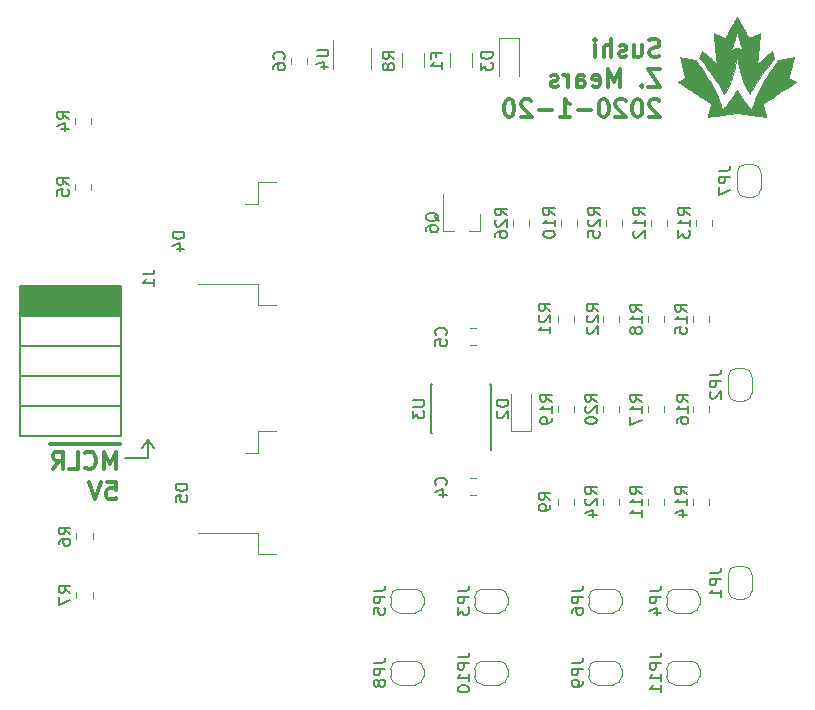
<source format=gbo>
G04 #@! TF.GenerationSoftware,KiCad,Pcbnew,(5.0.1)-3*
G04 #@! TF.CreationDate,2020-01-21T11:58:44-05:00*
G04 #@! TF.ProjectId,recovery_CAN,7265636F766572795F43414E2E6B6963,rev?*
G04 #@! TF.SameCoordinates,Original*
G04 #@! TF.FileFunction,Legend,Bot*
G04 #@! TF.FilePolarity,Positive*
%FSLAX46Y46*%
G04 Gerber Fmt 4.6, Leading zero omitted, Abs format (unit mm)*
G04 Created by KiCad (PCBNEW (5.0.1)-3) date 2020-01-21 11:58:44 AM*
%MOMM*%
%LPD*%
G01*
G04 APERTURE LIST*
%ADD10C,0.200000*%
%ADD11C,0.300000*%
%ADD12C,0.120000*%
%ADD13C,0.150000*%
%ADD14C,0.010000*%
G04 APERTURE END LIST*
D10*
X189865000Y-97663000D02*
X190373000Y-98298000D01*
X189865000Y-97663000D02*
X189357000Y-98298000D01*
X189865000Y-99187000D02*
X189865000Y-97663000D01*
X187960000Y-99187000D02*
X189865000Y-99187000D01*
D11*
X187511000Y-97966000D02*
X185796714Y-97966000D01*
X187153857Y-100114571D02*
X187153857Y-98614571D01*
X186653857Y-99686000D01*
X186153857Y-98614571D01*
X186153857Y-100114571D01*
X185796714Y-97966000D02*
X184296714Y-97966000D01*
X184582428Y-99971714D02*
X184653857Y-100043142D01*
X184868142Y-100114571D01*
X185011000Y-100114571D01*
X185225285Y-100043142D01*
X185368142Y-99900285D01*
X185439571Y-99757428D01*
X185511000Y-99471714D01*
X185511000Y-99257428D01*
X185439571Y-98971714D01*
X185368142Y-98828857D01*
X185225285Y-98686000D01*
X185011000Y-98614571D01*
X184868142Y-98614571D01*
X184653857Y-98686000D01*
X184582428Y-98757428D01*
X184296714Y-97966000D02*
X183082428Y-97966000D01*
X183225285Y-100114571D02*
X183939571Y-100114571D01*
X183939571Y-98614571D01*
X183082428Y-97966000D02*
X181582428Y-97966000D01*
X181868142Y-100114571D02*
X182368142Y-99400285D01*
X182725285Y-100114571D02*
X182725285Y-98614571D01*
X182153857Y-98614571D01*
X182011000Y-98686000D01*
X181939571Y-98757428D01*
X181868142Y-98900285D01*
X181868142Y-99114571D01*
X181939571Y-99257428D01*
X182011000Y-99328857D01*
X182153857Y-99400285D01*
X182725285Y-99400285D01*
X186439571Y-101164571D02*
X187153857Y-101164571D01*
X187225285Y-101878857D01*
X187153857Y-101807428D01*
X187011000Y-101736000D01*
X186653857Y-101736000D01*
X186511000Y-101807428D01*
X186439571Y-101878857D01*
X186368142Y-102021714D01*
X186368142Y-102378857D01*
X186439571Y-102521714D01*
X186511000Y-102593142D01*
X186653857Y-102664571D01*
X187011000Y-102664571D01*
X187153857Y-102593142D01*
X187225285Y-102521714D01*
X185939571Y-101164571D02*
X185439571Y-102664571D01*
X184939571Y-101164571D01*
X233199285Y-65113142D02*
X232985000Y-65184571D01*
X232627857Y-65184571D01*
X232485000Y-65113142D01*
X232413571Y-65041714D01*
X232342142Y-64898857D01*
X232342142Y-64756000D01*
X232413571Y-64613142D01*
X232485000Y-64541714D01*
X232627857Y-64470285D01*
X232913571Y-64398857D01*
X233056428Y-64327428D01*
X233127857Y-64256000D01*
X233199285Y-64113142D01*
X233199285Y-63970285D01*
X233127857Y-63827428D01*
X233056428Y-63756000D01*
X232913571Y-63684571D01*
X232556428Y-63684571D01*
X232342142Y-63756000D01*
X231056428Y-64184571D02*
X231056428Y-65184571D01*
X231699285Y-64184571D02*
X231699285Y-64970285D01*
X231627857Y-65113142D01*
X231485000Y-65184571D01*
X231270714Y-65184571D01*
X231127857Y-65113142D01*
X231056428Y-65041714D01*
X230413571Y-65113142D02*
X230270714Y-65184571D01*
X229985000Y-65184571D01*
X229842142Y-65113142D01*
X229770714Y-64970285D01*
X229770714Y-64898857D01*
X229842142Y-64756000D01*
X229985000Y-64684571D01*
X230199285Y-64684571D01*
X230342142Y-64613142D01*
X230413571Y-64470285D01*
X230413571Y-64398857D01*
X230342142Y-64256000D01*
X230199285Y-64184571D01*
X229985000Y-64184571D01*
X229842142Y-64256000D01*
X229127857Y-65184571D02*
X229127857Y-63684571D01*
X228485000Y-65184571D02*
X228485000Y-64398857D01*
X228556428Y-64256000D01*
X228699285Y-64184571D01*
X228913571Y-64184571D01*
X229056428Y-64256000D01*
X229127857Y-64327428D01*
X227770714Y-65184571D02*
X227770714Y-64184571D01*
X227770714Y-63684571D02*
X227842142Y-63756000D01*
X227770714Y-63827428D01*
X227699285Y-63756000D01*
X227770714Y-63684571D01*
X227770714Y-63827428D01*
X233270714Y-66234571D02*
X232270714Y-66234571D01*
X233270714Y-67734571D01*
X232270714Y-67734571D01*
X231699285Y-67591714D02*
X231627857Y-67663142D01*
X231699285Y-67734571D01*
X231770714Y-67663142D01*
X231699285Y-67591714D01*
X231699285Y-67734571D01*
X229842142Y-67734571D02*
X229842142Y-66234571D01*
X229342142Y-67306000D01*
X228842142Y-66234571D01*
X228842142Y-67734571D01*
X227556428Y-67663142D02*
X227699285Y-67734571D01*
X227985000Y-67734571D01*
X228127857Y-67663142D01*
X228199285Y-67520285D01*
X228199285Y-66948857D01*
X228127857Y-66806000D01*
X227985000Y-66734571D01*
X227699285Y-66734571D01*
X227556428Y-66806000D01*
X227485000Y-66948857D01*
X227485000Y-67091714D01*
X228199285Y-67234571D01*
X226199285Y-67734571D02*
X226199285Y-66948857D01*
X226270714Y-66806000D01*
X226413571Y-66734571D01*
X226699285Y-66734571D01*
X226842142Y-66806000D01*
X226199285Y-67663142D02*
X226342142Y-67734571D01*
X226699285Y-67734571D01*
X226842142Y-67663142D01*
X226913571Y-67520285D01*
X226913571Y-67377428D01*
X226842142Y-67234571D01*
X226699285Y-67163142D01*
X226342142Y-67163142D01*
X226199285Y-67091714D01*
X225485000Y-67734571D02*
X225485000Y-66734571D01*
X225485000Y-67020285D02*
X225413571Y-66877428D01*
X225342142Y-66806000D01*
X225199285Y-66734571D01*
X225056428Y-66734571D01*
X224627857Y-67663142D02*
X224485000Y-67734571D01*
X224199285Y-67734571D01*
X224056428Y-67663142D01*
X223985000Y-67520285D01*
X223985000Y-67448857D01*
X224056428Y-67306000D01*
X224199285Y-67234571D01*
X224413571Y-67234571D01*
X224556428Y-67163142D01*
X224627857Y-67020285D01*
X224627857Y-66948857D01*
X224556428Y-66806000D01*
X224413571Y-66734571D01*
X224199285Y-66734571D01*
X224056428Y-66806000D01*
X233199285Y-68927428D02*
X233127857Y-68856000D01*
X232985000Y-68784571D01*
X232627857Y-68784571D01*
X232485000Y-68856000D01*
X232413571Y-68927428D01*
X232342142Y-69070285D01*
X232342142Y-69213142D01*
X232413571Y-69427428D01*
X233270714Y-70284571D01*
X232342142Y-70284571D01*
X231413571Y-68784571D02*
X231270714Y-68784571D01*
X231127857Y-68856000D01*
X231056428Y-68927428D01*
X230985000Y-69070285D01*
X230913571Y-69356000D01*
X230913571Y-69713142D01*
X230985000Y-69998857D01*
X231056428Y-70141714D01*
X231127857Y-70213142D01*
X231270714Y-70284571D01*
X231413571Y-70284571D01*
X231556428Y-70213142D01*
X231627857Y-70141714D01*
X231699285Y-69998857D01*
X231770714Y-69713142D01*
X231770714Y-69356000D01*
X231699285Y-69070285D01*
X231627857Y-68927428D01*
X231556428Y-68856000D01*
X231413571Y-68784571D01*
X230342142Y-68927428D02*
X230270714Y-68856000D01*
X230127857Y-68784571D01*
X229770714Y-68784571D01*
X229627857Y-68856000D01*
X229556428Y-68927428D01*
X229485000Y-69070285D01*
X229485000Y-69213142D01*
X229556428Y-69427428D01*
X230413571Y-70284571D01*
X229485000Y-70284571D01*
X228556428Y-68784571D02*
X228413571Y-68784571D01*
X228270714Y-68856000D01*
X228199285Y-68927428D01*
X228127857Y-69070285D01*
X228056428Y-69356000D01*
X228056428Y-69713142D01*
X228127857Y-69998857D01*
X228199285Y-70141714D01*
X228270714Y-70213142D01*
X228413571Y-70284571D01*
X228556428Y-70284571D01*
X228699285Y-70213142D01*
X228770714Y-70141714D01*
X228842142Y-69998857D01*
X228913571Y-69713142D01*
X228913571Y-69356000D01*
X228842142Y-69070285D01*
X228770714Y-68927428D01*
X228699285Y-68856000D01*
X228556428Y-68784571D01*
X227413571Y-69713142D02*
X226270714Y-69713142D01*
X224770714Y-70284571D02*
X225627857Y-70284571D01*
X225199285Y-70284571D02*
X225199285Y-68784571D01*
X225342142Y-68998857D01*
X225485000Y-69141714D01*
X225627857Y-69213142D01*
X224127857Y-69713142D02*
X222985000Y-69713142D01*
X222342142Y-68927428D02*
X222270714Y-68856000D01*
X222127857Y-68784571D01*
X221770714Y-68784571D01*
X221627857Y-68856000D01*
X221556428Y-68927428D01*
X221485000Y-69070285D01*
X221485000Y-69213142D01*
X221556428Y-69427428D01*
X222413571Y-70284571D01*
X221485000Y-70284571D01*
X220556428Y-68784571D02*
X220413571Y-68784571D01*
X220270714Y-68856000D01*
X220199285Y-68927428D01*
X220127857Y-69070285D01*
X220056428Y-69356000D01*
X220056428Y-69713142D01*
X220127857Y-69998857D01*
X220199285Y-70141714D01*
X220270714Y-70213142D01*
X220413571Y-70284571D01*
X220556428Y-70284571D01*
X220699285Y-70213142D01*
X220770714Y-70141714D01*
X220842142Y-69998857D01*
X220913571Y-69713142D01*
X220913571Y-69356000D01*
X220842142Y-69070285D01*
X220770714Y-68927428D01*
X220699285Y-68856000D01*
X220556428Y-68784571D01*
D12*
G04 #@! TO.C,JP2*
X241030000Y-93664000D02*
X241030000Y-92264000D01*
X240330000Y-91564000D02*
X239730000Y-91564000D01*
X239030000Y-92264000D02*
X239030000Y-93664000D01*
X239730000Y-94364000D02*
X240330000Y-94364000D01*
X240330000Y-94364000D02*
G75*
G03X241030000Y-93664000I0J700000D01*
G01*
X239030000Y-93664000D02*
G75*
G03X239730000Y-94364000I700000J0D01*
G01*
X239730000Y-91564000D02*
G75*
G03X239030000Y-92264000I0J-700000D01*
G01*
X241030000Y-92264000D02*
G75*
G03X240330000Y-91564000I-700000J0D01*
G01*
D13*
G04 #@! TO.C,J1*
G36*
X179146200Y-84632800D02*
X179146200Y-87071200D01*
X187528200Y-87071200D01*
X187528200Y-84632800D01*
X179146200Y-84632800D01*
G37*
X179146200Y-84632800D02*
X179146200Y-87071200D01*
X187528200Y-87071200D01*
X187528200Y-84632800D01*
X179146200Y-84632800D01*
X187592000Y-87122000D02*
X179092000Y-87122000D01*
X187592000Y-92202000D02*
X179092000Y-92202000D01*
X187592000Y-89662000D02*
X179092000Y-89662000D01*
X187592000Y-94742000D02*
X179092000Y-94742000D01*
X187592000Y-97282000D02*
X179092000Y-97282000D01*
X187592000Y-84582000D02*
X179092000Y-84582000D01*
X179092000Y-84582000D02*
X179092000Y-97282000D01*
X187592000Y-84582000D02*
X187592000Y-97282000D01*
D12*
G04 #@! TO.C,C4*
X217676252Y-100890000D02*
X217153748Y-100890000D01*
X217676252Y-102310000D02*
X217153748Y-102310000D01*
G04 #@! TO.C,C5*
X217676252Y-89610000D02*
X217153748Y-89610000D01*
X217676252Y-88190000D02*
X217153748Y-88190000D01*
G04 #@! TO.C,C6*
X201982000Y-65279748D02*
X201982000Y-65802252D01*
X203402000Y-65279748D02*
X203402000Y-65802252D01*
D13*
G04 #@! TO.C,U3*
X218983000Y-97071000D02*
X218933000Y-97071000D01*
X218983000Y-92921000D02*
X218838000Y-92921000D01*
X213833000Y-92921000D02*
X213978000Y-92921000D01*
X213833000Y-97071000D02*
X213978000Y-97071000D01*
X218983000Y-97071000D02*
X218983000Y-92921000D01*
X213833000Y-97071000D02*
X213833000Y-92921000D01*
X218933000Y-97071000D02*
X218933000Y-98471000D01*
D12*
G04 #@! TO.C,U4*
X208808000Y-64458000D02*
X208808000Y-66258000D01*
X205588000Y-66258000D02*
X205588000Y-63808000D01*
G04 #@! TO.C,JP1*
X241030000Y-109028000D02*
G75*
G03X240330000Y-108328000I-700000J0D01*
G01*
X239730000Y-108328000D02*
G75*
G03X239030000Y-109028000I0J-700000D01*
G01*
X239030000Y-110428000D02*
G75*
G03X239730000Y-111128000I700000J0D01*
G01*
X240330000Y-111128000D02*
G75*
G03X241030000Y-110428000I0J700000D01*
G01*
X239730000Y-111128000D02*
X240330000Y-111128000D01*
X239030000Y-109028000D02*
X239030000Y-110428000D01*
X240330000Y-108328000D02*
X239730000Y-108328000D01*
X241030000Y-110428000D02*
X241030000Y-109028000D01*
G04 #@! TO.C,R4*
X185114000Y-70359748D02*
X185114000Y-70882252D01*
X183694000Y-70359748D02*
X183694000Y-70882252D01*
G04 #@! TO.C,R5*
X183694000Y-75947748D02*
X183694000Y-76470252D01*
X185114000Y-75947748D02*
X185114000Y-76470252D01*
G04 #@! TO.C,R6*
X185241000Y-105529748D02*
X185241000Y-106052252D01*
X183821000Y-105529748D02*
X183821000Y-106052252D01*
G04 #@! TO.C,R7*
X183821000Y-110491748D02*
X183821000Y-111014252D01*
X185241000Y-110491748D02*
X185241000Y-111014252D01*
G04 #@! TO.C,R9*
X226008000Y-103122252D02*
X226008000Y-102599748D01*
X224588000Y-103122252D02*
X224588000Y-102599748D01*
G04 #@! TO.C,R10*
X226262000Y-78977748D02*
X226262000Y-79500252D01*
X224842000Y-78977748D02*
X224842000Y-79500252D01*
G04 #@! TO.C,R11*
X232208000Y-102599748D02*
X232208000Y-103122252D01*
X233628000Y-102599748D02*
X233628000Y-103122252D01*
G04 #@! TO.C,R12*
X232462000Y-78977748D02*
X232462000Y-79500252D01*
X233882000Y-78977748D02*
X233882000Y-79500252D01*
G04 #@! TO.C,R13*
X237692000Y-78977748D02*
X237692000Y-79500252D01*
X236272000Y-78977748D02*
X236272000Y-79500252D01*
G04 #@! TO.C,R14*
X236018000Y-102599748D02*
X236018000Y-103122252D01*
X237438000Y-102599748D02*
X237438000Y-103122252D01*
G04 #@! TO.C,R15*
X237438000Y-87141748D02*
X237438000Y-87664252D01*
X236018000Y-87141748D02*
X236018000Y-87664252D01*
G04 #@! TO.C,R16*
X237438000Y-95284252D02*
X237438000Y-94761748D01*
X236018000Y-95284252D02*
X236018000Y-94761748D01*
G04 #@! TO.C,R17*
X232208000Y-94761748D02*
X232208000Y-95284252D01*
X233628000Y-94761748D02*
X233628000Y-95284252D01*
G04 #@! TO.C,R18*
X233628000Y-87141748D02*
X233628000Y-87664252D01*
X232208000Y-87141748D02*
X232208000Y-87664252D01*
G04 #@! TO.C,R19*
X226008000Y-94761748D02*
X226008000Y-95284252D01*
X224588000Y-94761748D02*
X224588000Y-95284252D01*
G04 #@! TO.C,R20*
X228398000Y-94761748D02*
X228398000Y-95284252D01*
X229818000Y-94761748D02*
X229818000Y-95284252D01*
G04 #@! TO.C,R21*
X226008000Y-87637252D02*
X226008000Y-87114748D01*
X224588000Y-87637252D02*
X224588000Y-87114748D01*
G04 #@! TO.C,R22*
X228398000Y-87637252D02*
X228398000Y-87114748D01*
X229818000Y-87637252D02*
X229818000Y-87114748D01*
G04 #@! TO.C,R24*
X228398000Y-102599748D02*
X228398000Y-103122252D01*
X229818000Y-102599748D02*
X229818000Y-103122252D01*
G04 #@! TO.C,R25*
X230072000Y-78977748D02*
X230072000Y-79500252D01*
X228652000Y-78977748D02*
X228652000Y-79500252D01*
G04 #@! TO.C,F1*
X217318000Y-66097564D02*
X217318000Y-64893436D01*
X215498000Y-66097564D02*
X215498000Y-64893436D01*
G04 #@! TO.C,R8*
X213254000Y-66097564D02*
X213254000Y-64893436D01*
X211434000Y-66097564D02*
X211434000Y-64893436D01*
G04 #@! TO.C,JP3*
X219648000Y-110252000D02*
X218248000Y-110252000D01*
X217548000Y-110952000D02*
X217548000Y-111552000D01*
X218248000Y-112252000D02*
X219648000Y-112252000D01*
X220348000Y-111552000D02*
X220348000Y-110952000D01*
X220348000Y-110952000D02*
G75*
G03X219648000Y-110252000I-700000J0D01*
G01*
X219648000Y-112252000D02*
G75*
G03X220348000Y-111552000I0J700000D01*
G01*
X217548000Y-111552000D02*
G75*
G03X218248000Y-112252000I700000J0D01*
G01*
X218248000Y-110252000D02*
G75*
G03X217548000Y-110952000I0J-700000D01*
G01*
G04 #@! TO.C,JP4*
X234504000Y-110252000D02*
G75*
G03X233804000Y-110952000I0J-700000D01*
G01*
X233804000Y-111552000D02*
G75*
G03X234504000Y-112252000I700000J0D01*
G01*
X235904000Y-112252000D02*
G75*
G03X236604000Y-111552000I0J700000D01*
G01*
X236604000Y-110952000D02*
G75*
G03X235904000Y-110252000I-700000J0D01*
G01*
X236604000Y-111552000D02*
X236604000Y-110952000D01*
X234504000Y-112252000D02*
X235904000Y-112252000D01*
X233804000Y-110952000D02*
X233804000Y-111552000D01*
X235904000Y-110252000D02*
X234504000Y-110252000D01*
G04 #@! TO.C,JP5*
X211136000Y-112252000D02*
X212536000Y-112252000D01*
X213236000Y-111552000D02*
X213236000Y-110952000D01*
X212536000Y-110252000D02*
X211136000Y-110252000D01*
X210436000Y-110952000D02*
X210436000Y-111552000D01*
X210436000Y-111552000D02*
G75*
G03X211136000Y-112252000I700000J0D01*
G01*
X211136000Y-110252000D02*
G75*
G03X210436000Y-110952000I0J-700000D01*
G01*
X213236000Y-110952000D02*
G75*
G03X212536000Y-110252000I-700000J0D01*
G01*
X212536000Y-112252000D02*
G75*
G03X213236000Y-111552000I0J700000D01*
G01*
G04 #@! TO.C,JP6*
X229300000Y-112252000D02*
G75*
G03X230000000Y-111552000I0J700000D01*
G01*
X230000000Y-110952000D02*
G75*
G03X229300000Y-110252000I-700000J0D01*
G01*
X227900000Y-110252000D02*
G75*
G03X227200000Y-110952000I0J-700000D01*
G01*
X227200000Y-111552000D02*
G75*
G03X227900000Y-112252000I700000J0D01*
G01*
X227200000Y-110952000D02*
X227200000Y-111552000D01*
X229300000Y-110252000D02*
X227900000Y-110252000D01*
X230000000Y-111552000D02*
X230000000Y-110952000D01*
X227900000Y-112252000D02*
X229300000Y-112252000D01*
G04 #@! TO.C,JP7*
X241792000Y-74992000D02*
G75*
G03X241092000Y-74292000I-700000J0D01*
G01*
X240492000Y-74292000D02*
G75*
G03X239792000Y-74992000I0J-700000D01*
G01*
X239792000Y-76392000D02*
G75*
G03X240492000Y-77092000I700000J0D01*
G01*
X241092000Y-77092000D02*
G75*
G03X241792000Y-76392000I0J700000D01*
G01*
X240492000Y-77092000D02*
X241092000Y-77092000D01*
X239792000Y-74992000D02*
X239792000Y-76392000D01*
X241092000Y-74292000D02*
X240492000Y-74292000D01*
X241792000Y-76392000D02*
X241792000Y-74992000D01*
G04 #@! TO.C,JP8*
X211136000Y-118348000D02*
X212536000Y-118348000D01*
X213236000Y-117648000D02*
X213236000Y-117048000D01*
X212536000Y-116348000D02*
X211136000Y-116348000D01*
X210436000Y-117048000D02*
X210436000Y-117648000D01*
X210436000Y-117648000D02*
G75*
G03X211136000Y-118348000I700000J0D01*
G01*
X211136000Y-116348000D02*
G75*
G03X210436000Y-117048000I0J-700000D01*
G01*
X213236000Y-117048000D02*
G75*
G03X212536000Y-116348000I-700000J0D01*
G01*
X212536000Y-118348000D02*
G75*
G03X213236000Y-117648000I0J700000D01*
G01*
G04 #@! TO.C,JP9*
X227900000Y-118348000D02*
X229300000Y-118348000D01*
X230000000Y-117648000D02*
X230000000Y-117048000D01*
X229300000Y-116348000D02*
X227900000Y-116348000D01*
X227200000Y-117048000D02*
X227200000Y-117648000D01*
X227200000Y-117648000D02*
G75*
G03X227900000Y-118348000I700000J0D01*
G01*
X227900000Y-116348000D02*
G75*
G03X227200000Y-117048000I0J-700000D01*
G01*
X230000000Y-117048000D02*
G75*
G03X229300000Y-116348000I-700000J0D01*
G01*
X229300000Y-118348000D02*
G75*
G03X230000000Y-117648000I0J700000D01*
G01*
G04 #@! TO.C,JP10*
X218248000Y-116348000D02*
G75*
G03X217548000Y-117048000I0J-700000D01*
G01*
X217548000Y-117648000D02*
G75*
G03X218248000Y-118348000I700000J0D01*
G01*
X219648000Y-118348000D02*
G75*
G03X220348000Y-117648000I0J700000D01*
G01*
X220348000Y-117048000D02*
G75*
G03X219648000Y-116348000I-700000J0D01*
G01*
X220348000Y-117648000D02*
X220348000Y-117048000D01*
X218248000Y-118348000D02*
X219648000Y-118348000D01*
X217548000Y-117048000D02*
X217548000Y-117648000D01*
X219648000Y-116348000D02*
X218248000Y-116348000D01*
G04 #@! TO.C,JP11*
X234504000Y-116348000D02*
G75*
G03X233804000Y-117048000I0J-700000D01*
G01*
X233804000Y-117648000D02*
G75*
G03X234504000Y-118348000I700000J0D01*
G01*
X235904000Y-118348000D02*
G75*
G03X236604000Y-117648000I0J700000D01*
G01*
X236604000Y-117048000D02*
G75*
G03X235904000Y-116348000I-700000J0D01*
G01*
X236604000Y-117648000D02*
X236604000Y-117048000D01*
X234504000Y-118348000D02*
X235904000Y-118348000D01*
X233804000Y-117048000D02*
X233804000Y-117648000D01*
X235904000Y-116348000D02*
X234504000Y-116348000D01*
G04 #@! TO.C,D2*
X222338000Y-96896000D02*
X220638000Y-96896000D01*
X220638000Y-96896000D02*
X220638000Y-93746000D01*
X222338000Y-96896000D02*
X222338000Y-93746000D01*
G04 #@! TO.C,D3*
X219622000Y-63632000D02*
X219622000Y-66782000D01*
X221322000Y-63632000D02*
X221322000Y-66782000D01*
X219622000Y-63632000D02*
X221322000Y-63632000D01*
G04 #@! TO.C,R26*
X220778000Y-78995748D02*
X220778000Y-79518252D01*
X222198000Y-78995748D02*
X222198000Y-79518252D01*
G04 #@! TO.C,Q6*
X218054000Y-79984000D02*
X217124000Y-79984000D01*
X214894000Y-79984000D02*
X215824000Y-79984000D01*
X214894000Y-79984000D02*
X214894000Y-76824000D01*
X218054000Y-79984000D02*
X218054000Y-78524000D01*
G04 #@! TO.C,D4*
X200734000Y-86226000D02*
X199234000Y-86226000D01*
X199234000Y-86226000D02*
X199234000Y-84416000D01*
X199234000Y-84416000D02*
X194109000Y-84416000D01*
X200734000Y-75826000D02*
X199234000Y-75826000D01*
X199234000Y-75826000D02*
X199234000Y-77636000D01*
X199234000Y-77636000D02*
X198134000Y-77636000D01*
G04 #@! TO.C,D5*
X199234000Y-98718000D02*
X198134000Y-98718000D01*
X199234000Y-96908000D02*
X199234000Y-98718000D01*
X200734000Y-96908000D02*
X199234000Y-96908000D01*
X199234000Y-105498000D02*
X194109000Y-105498000D01*
X199234000Y-107308000D02*
X199234000Y-105498000D01*
X200734000Y-107308000D02*
X199234000Y-107308000D01*
D14*
G04 #@! TO.C,G\002A\002A\002A*
G36*
X239760172Y-61835810D02*
X239738969Y-61870138D01*
X239706534Y-61924988D01*
X239663966Y-61998430D01*
X239612366Y-62088537D01*
X239552834Y-62193380D01*
X239486470Y-62311029D01*
X239414374Y-62439556D01*
X239337648Y-62577033D01*
X239271106Y-62696787D01*
X239191262Y-62840733D01*
X239115205Y-62977789D01*
X239044035Y-63105976D01*
X238978853Y-63223311D01*
X238920762Y-63327816D01*
X238870862Y-63417509D01*
X238830255Y-63490410D01*
X238800041Y-63544539D01*
X238781322Y-63577916D01*
X238775333Y-63588394D01*
X238766886Y-63591201D01*
X238747181Y-63587900D01*
X238714174Y-63577702D01*
X238665820Y-63559817D01*
X238600077Y-63533456D01*
X238514898Y-63497831D01*
X238408240Y-63452152D01*
X238294435Y-63402770D01*
X238187542Y-63356519D01*
X238088735Y-63314396D01*
X238000891Y-63277580D01*
X237926887Y-63247250D01*
X237869602Y-63224585D01*
X237831914Y-63210763D01*
X237816699Y-63206964D01*
X237816601Y-63207034D01*
X237816640Y-63221846D01*
X237819210Y-63262416D01*
X237824141Y-63326798D01*
X237831258Y-63413044D01*
X237840390Y-63519209D01*
X237851365Y-63643346D01*
X237864010Y-63783509D01*
X237878152Y-63937751D01*
X237893620Y-64104127D01*
X237910240Y-64280690D01*
X237927841Y-64465493D01*
X237930788Y-64496226D01*
X237948559Y-64682115D01*
X237965436Y-64860027D01*
X237981242Y-65028020D01*
X237995802Y-65184154D01*
X238008937Y-65326488D01*
X238020472Y-65453082D01*
X238030231Y-65561995D01*
X238038035Y-65651285D01*
X238043709Y-65719013D01*
X238047077Y-65763238D01*
X238047960Y-65782019D01*
X238047855Y-65782538D01*
X238036697Y-65774621D01*
X238006625Y-65749773D01*
X237959487Y-65709605D01*
X237897133Y-65655726D01*
X237821409Y-65589745D01*
X237734165Y-65513272D01*
X237637249Y-65427918D01*
X237532510Y-65335291D01*
X237439878Y-65253079D01*
X237329784Y-65155387D01*
X237225801Y-65063446D01*
X237129800Y-64978890D01*
X237043652Y-64903352D01*
X236969231Y-64838465D01*
X236908406Y-64785861D01*
X236863051Y-64747174D01*
X236835036Y-64724035D01*
X236826294Y-64717809D01*
X236822045Y-64720925D01*
X236815516Y-64731816D01*
X236805802Y-64752795D01*
X236791998Y-64786177D01*
X236773199Y-64834276D01*
X236748499Y-64899404D01*
X236716994Y-64983877D01*
X236677778Y-65090007D01*
X236632494Y-65213166D01*
X236591147Y-65325784D01*
X236709748Y-65462604D01*
X236862768Y-65643611D01*
X237023267Y-65841790D01*
X237188993Y-66053920D01*
X237357694Y-66276782D01*
X237527121Y-66507156D01*
X237695021Y-66741821D01*
X237859143Y-66977558D01*
X238017236Y-67211146D01*
X238167048Y-67439366D01*
X238306328Y-67658997D01*
X238432826Y-67866819D01*
X238544289Y-68059613D01*
X238611616Y-68182873D01*
X238687199Y-68325245D01*
X238733111Y-68258515D01*
X238820633Y-68121790D01*
X238911323Y-67962444D01*
X239003001Y-67785174D01*
X239093486Y-67594674D01*
X239180596Y-67395642D01*
X239262151Y-67192774D01*
X239335969Y-66990765D01*
X239372385Y-66882028D01*
X239438051Y-66667960D01*
X239503778Y-66432794D01*
X239567911Y-66183211D01*
X239628791Y-65925896D01*
X239684763Y-65667531D01*
X239728308Y-65446394D01*
X239767742Y-65235527D01*
X239839393Y-65592531D01*
X239918574Y-65964304D01*
X240001986Y-66310580D01*
X240090380Y-66633476D01*
X240184506Y-66935112D01*
X240285115Y-67217606D01*
X240392957Y-67483077D01*
X240508782Y-67733644D01*
X240633340Y-67971427D01*
X240755463Y-68179377D01*
X240788713Y-68232208D01*
X240817137Y-68275711D01*
X240837286Y-68304711D01*
X240845108Y-68313978D01*
X240855439Y-68305278D01*
X240874669Y-68276679D01*
X240899527Y-68233318D01*
X240914075Y-68205697D01*
X240994970Y-68054968D01*
X241092218Y-67886122D01*
X241203842Y-67701990D01*
X241327868Y-67505403D01*
X241462319Y-67299194D01*
X241605219Y-67086193D01*
X241754592Y-66869232D01*
X241908462Y-66651144D01*
X242064853Y-66434758D01*
X242221789Y-66222908D01*
X242377294Y-66018425D01*
X242529392Y-65824139D01*
X242676107Y-65642884D01*
X242815463Y-65477489D01*
X242828334Y-65462604D01*
X242946935Y-65325784D01*
X242905588Y-65213166D01*
X242858192Y-65084271D01*
X242819369Y-64979236D01*
X242788217Y-64895748D01*
X242763831Y-64831495D01*
X242745307Y-64784164D01*
X242731741Y-64751443D01*
X242722229Y-64731020D01*
X242715867Y-64720582D01*
X242711936Y-64717809D01*
X242699756Y-64726801D01*
X242668673Y-64752689D01*
X242620561Y-64793841D01*
X242557290Y-64848626D01*
X242480733Y-64915411D01*
X242392761Y-64992565D01*
X242295245Y-65078455D01*
X242190058Y-65171451D01*
X242098198Y-65252924D01*
X241988273Y-65350381D01*
X241884627Y-65441924D01*
X241789108Y-65525945D01*
X241703564Y-65600835D01*
X241629844Y-65664983D01*
X241569796Y-65716780D01*
X241525268Y-65754618D01*
X241498110Y-65776887D01*
X241490072Y-65782383D01*
X241490551Y-65768018D01*
X241493541Y-65727887D01*
X241498867Y-65663932D01*
X241506350Y-65578093D01*
X241515814Y-65472309D01*
X241527083Y-65348522D01*
X241539979Y-65208672D01*
X241554325Y-65054699D01*
X241569946Y-64888543D01*
X241586663Y-64712146D01*
X241588823Y-64689517D01*
X240274761Y-64689517D01*
X240269675Y-64691002D01*
X240249224Y-64675940D01*
X240217665Y-64647527D01*
X240213581Y-64643611D01*
X240164345Y-64602626D01*
X240103164Y-64560615D01*
X240047397Y-64528857D01*
X239923176Y-64481687D01*
X239797078Y-64461548D01*
X239671854Y-64468020D01*
X239550257Y-64500685D01*
X239435039Y-64559125D01*
X239335096Y-64637106D01*
X239299477Y-64668838D01*
X239274193Y-64688248D01*
X239263417Y-64692247D01*
X239263639Y-64689973D01*
X239269007Y-64673234D01*
X239281907Y-64632302D01*
X239301593Y-64569562D01*
X239327319Y-64487396D01*
X239358341Y-64388191D01*
X239393912Y-64274328D01*
X239433287Y-64148193D01*
X239475720Y-64012169D01*
X239518241Y-63875781D01*
X239562706Y-63733200D01*
X239604685Y-63598742D01*
X239643454Y-63474722D01*
X239678287Y-63363456D01*
X239708458Y-63267256D01*
X239733240Y-63188438D01*
X239751909Y-63129316D01*
X239763738Y-63092205D01*
X239767992Y-63079424D01*
X239772461Y-63091775D01*
X239784470Y-63128420D01*
X239803297Y-63187072D01*
X239828218Y-63265444D01*
X239858511Y-63361248D01*
X239893452Y-63472199D01*
X239932318Y-63596009D01*
X239974386Y-63730391D01*
X240018834Y-63872739D01*
X240063598Y-64016217D01*
X240106019Y-64152064D01*
X240145353Y-64277901D01*
X240180854Y-64391353D01*
X240211777Y-64490042D01*
X240237378Y-64571590D01*
X240256913Y-64633621D01*
X240269635Y-64673757D01*
X240274761Y-64689517D01*
X241588823Y-64689517D01*
X241604300Y-64527447D01*
X241607294Y-64496226D01*
X241625037Y-64310262D01*
X241641825Y-64132220D01*
X241657486Y-63964045D01*
X241671848Y-63807685D01*
X241684738Y-63665086D01*
X241695984Y-63538195D01*
X241705414Y-63428958D01*
X241712856Y-63339322D01*
X241718138Y-63271233D01*
X241721087Y-63226639D01*
X241721531Y-63207484D01*
X241721354Y-63206907D01*
X241707029Y-63210256D01*
X241670125Y-63223663D01*
X241613528Y-63245948D01*
X241540125Y-63275932D01*
X241452803Y-63312435D01*
X241354450Y-63354277D01*
X241247952Y-63400278D01*
X241245751Y-63401236D01*
X241139229Y-63447540D01*
X241040989Y-63490138D01*
X240953895Y-63527797D01*
X240880808Y-63559284D01*
X240824590Y-63583366D01*
X240788103Y-63598809D01*
X240774210Y-63604382D01*
X240774182Y-63604384D01*
X240766831Y-63592521D01*
X240747081Y-63558206D01*
X240715996Y-63503344D01*
X240674646Y-63429843D01*
X240624096Y-63339612D01*
X240565414Y-63234557D01*
X240499667Y-63116586D01*
X240427921Y-62987607D01*
X240351245Y-62849526D01*
X240276178Y-62714132D01*
X240195703Y-62569212D01*
X240118937Y-62431622D01*
X240046968Y-62303271D01*
X239980884Y-62186072D01*
X239921774Y-62081933D01*
X239870725Y-61992764D01*
X239828826Y-61920476D01*
X239797165Y-61866978D01*
X239776831Y-61834182D01*
X239769041Y-61823933D01*
X239760172Y-61835810D01*
X239760172Y-61835810D01*
G37*
X239760172Y-61835810D02*
X239738969Y-61870138D01*
X239706534Y-61924988D01*
X239663966Y-61998430D01*
X239612366Y-62088537D01*
X239552834Y-62193380D01*
X239486470Y-62311029D01*
X239414374Y-62439556D01*
X239337648Y-62577033D01*
X239271106Y-62696787D01*
X239191262Y-62840733D01*
X239115205Y-62977789D01*
X239044035Y-63105976D01*
X238978853Y-63223311D01*
X238920762Y-63327816D01*
X238870862Y-63417509D01*
X238830255Y-63490410D01*
X238800041Y-63544539D01*
X238781322Y-63577916D01*
X238775333Y-63588394D01*
X238766886Y-63591201D01*
X238747181Y-63587900D01*
X238714174Y-63577702D01*
X238665820Y-63559817D01*
X238600077Y-63533456D01*
X238514898Y-63497831D01*
X238408240Y-63452152D01*
X238294435Y-63402770D01*
X238187542Y-63356519D01*
X238088735Y-63314396D01*
X238000891Y-63277580D01*
X237926887Y-63247250D01*
X237869602Y-63224585D01*
X237831914Y-63210763D01*
X237816699Y-63206964D01*
X237816601Y-63207034D01*
X237816640Y-63221846D01*
X237819210Y-63262416D01*
X237824141Y-63326798D01*
X237831258Y-63413044D01*
X237840390Y-63519209D01*
X237851365Y-63643346D01*
X237864010Y-63783509D01*
X237878152Y-63937751D01*
X237893620Y-64104127D01*
X237910240Y-64280690D01*
X237927841Y-64465493D01*
X237930788Y-64496226D01*
X237948559Y-64682115D01*
X237965436Y-64860027D01*
X237981242Y-65028020D01*
X237995802Y-65184154D01*
X238008937Y-65326488D01*
X238020472Y-65453082D01*
X238030231Y-65561995D01*
X238038035Y-65651285D01*
X238043709Y-65719013D01*
X238047077Y-65763238D01*
X238047960Y-65782019D01*
X238047855Y-65782538D01*
X238036697Y-65774621D01*
X238006625Y-65749773D01*
X237959487Y-65709605D01*
X237897133Y-65655726D01*
X237821409Y-65589745D01*
X237734165Y-65513272D01*
X237637249Y-65427918D01*
X237532510Y-65335291D01*
X237439878Y-65253079D01*
X237329784Y-65155387D01*
X237225801Y-65063446D01*
X237129800Y-64978890D01*
X237043652Y-64903352D01*
X236969231Y-64838465D01*
X236908406Y-64785861D01*
X236863051Y-64747174D01*
X236835036Y-64724035D01*
X236826294Y-64717809D01*
X236822045Y-64720925D01*
X236815516Y-64731816D01*
X236805802Y-64752795D01*
X236791998Y-64786177D01*
X236773199Y-64834276D01*
X236748499Y-64899404D01*
X236716994Y-64983877D01*
X236677778Y-65090007D01*
X236632494Y-65213166D01*
X236591147Y-65325784D01*
X236709748Y-65462604D01*
X236862768Y-65643611D01*
X237023267Y-65841790D01*
X237188993Y-66053920D01*
X237357694Y-66276782D01*
X237527121Y-66507156D01*
X237695021Y-66741821D01*
X237859143Y-66977558D01*
X238017236Y-67211146D01*
X238167048Y-67439366D01*
X238306328Y-67658997D01*
X238432826Y-67866819D01*
X238544289Y-68059613D01*
X238611616Y-68182873D01*
X238687199Y-68325245D01*
X238733111Y-68258515D01*
X238820633Y-68121790D01*
X238911323Y-67962444D01*
X239003001Y-67785174D01*
X239093486Y-67594674D01*
X239180596Y-67395642D01*
X239262151Y-67192774D01*
X239335969Y-66990765D01*
X239372385Y-66882028D01*
X239438051Y-66667960D01*
X239503778Y-66432794D01*
X239567911Y-66183211D01*
X239628791Y-65925896D01*
X239684763Y-65667531D01*
X239728308Y-65446394D01*
X239767742Y-65235527D01*
X239839393Y-65592531D01*
X239918574Y-65964304D01*
X240001986Y-66310580D01*
X240090380Y-66633476D01*
X240184506Y-66935112D01*
X240285115Y-67217606D01*
X240392957Y-67483077D01*
X240508782Y-67733644D01*
X240633340Y-67971427D01*
X240755463Y-68179377D01*
X240788713Y-68232208D01*
X240817137Y-68275711D01*
X240837286Y-68304711D01*
X240845108Y-68313978D01*
X240855439Y-68305278D01*
X240874669Y-68276679D01*
X240899527Y-68233318D01*
X240914075Y-68205697D01*
X240994970Y-68054968D01*
X241092218Y-67886122D01*
X241203842Y-67701990D01*
X241327868Y-67505403D01*
X241462319Y-67299194D01*
X241605219Y-67086193D01*
X241754592Y-66869232D01*
X241908462Y-66651144D01*
X242064853Y-66434758D01*
X242221789Y-66222908D01*
X242377294Y-66018425D01*
X242529392Y-65824139D01*
X242676107Y-65642884D01*
X242815463Y-65477489D01*
X242828334Y-65462604D01*
X242946935Y-65325784D01*
X242905588Y-65213166D01*
X242858192Y-65084271D01*
X242819369Y-64979236D01*
X242788217Y-64895748D01*
X242763831Y-64831495D01*
X242745307Y-64784164D01*
X242731741Y-64751443D01*
X242722229Y-64731020D01*
X242715867Y-64720582D01*
X242711936Y-64717809D01*
X242699756Y-64726801D01*
X242668673Y-64752689D01*
X242620561Y-64793841D01*
X242557290Y-64848626D01*
X242480733Y-64915411D01*
X242392761Y-64992565D01*
X242295245Y-65078455D01*
X242190058Y-65171451D01*
X242098198Y-65252924D01*
X241988273Y-65350381D01*
X241884627Y-65441924D01*
X241789108Y-65525945D01*
X241703564Y-65600835D01*
X241629844Y-65664983D01*
X241569796Y-65716780D01*
X241525268Y-65754618D01*
X241498110Y-65776887D01*
X241490072Y-65782383D01*
X241490551Y-65768018D01*
X241493541Y-65727887D01*
X241498867Y-65663932D01*
X241506350Y-65578093D01*
X241515814Y-65472309D01*
X241527083Y-65348522D01*
X241539979Y-65208672D01*
X241554325Y-65054699D01*
X241569946Y-64888543D01*
X241586663Y-64712146D01*
X241588823Y-64689517D01*
X240274761Y-64689517D01*
X240269675Y-64691002D01*
X240249224Y-64675940D01*
X240217665Y-64647527D01*
X240213581Y-64643611D01*
X240164345Y-64602626D01*
X240103164Y-64560615D01*
X240047397Y-64528857D01*
X239923176Y-64481687D01*
X239797078Y-64461548D01*
X239671854Y-64468020D01*
X239550257Y-64500685D01*
X239435039Y-64559125D01*
X239335096Y-64637106D01*
X239299477Y-64668838D01*
X239274193Y-64688248D01*
X239263417Y-64692247D01*
X239263639Y-64689973D01*
X239269007Y-64673234D01*
X239281907Y-64632302D01*
X239301593Y-64569562D01*
X239327319Y-64487396D01*
X239358341Y-64388191D01*
X239393912Y-64274328D01*
X239433287Y-64148193D01*
X239475720Y-64012169D01*
X239518241Y-63875781D01*
X239562706Y-63733200D01*
X239604685Y-63598742D01*
X239643454Y-63474722D01*
X239678287Y-63363456D01*
X239708458Y-63267256D01*
X239733240Y-63188438D01*
X239751909Y-63129316D01*
X239763738Y-63092205D01*
X239767992Y-63079424D01*
X239772461Y-63091775D01*
X239784470Y-63128420D01*
X239803297Y-63187072D01*
X239828218Y-63265444D01*
X239858511Y-63361248D01*
X239893452Y-63472199D01*
X239932318Y-63596009D01*
X239974386Y-63730391D01*
X240018834Y-63872739D01*
X240063598Y-64016217D01*
X240106019Y-64152064D01*
X240145353Y-64277901D01*
X240180854Y-64391353D01*
X240211777Y-64490042D01*
X240237378Y-64571590D01*
X240256913Y-64633621D01*
X240269635Y-64673757D01*
X240274761Y-64689517D01*
X241588823Y-64689517D01*
X241604300Y-64527447D01*
X241607294Y-64496226D01*
X241625037Y-64310262D01*
X241641825Y-64132220D01*
X241657486Y-63964045D01*
X241671848Y-63807685D01*
X241684738Y-63665086D01*
X241695984Y-63538195D01*
X241705414Y-63428958D01*
X241712856Y-63339322D01*
X241718138Y-63271233D01*
X241721087Y-63226639D01*
X241721531Y-63207484D01*
X241721354Y-63206907D01*
X241707029Y-63210256D01*
X241670125Y-63223663D01*
X241613528Y-63245948D01*
X241540125Y-63275932D01*
X241452803Y-63312435D01*
X241354450Y-63354277D01*
X241247952Y-63400278D01*
X241245751Y-63401236D01*
X241139229Y-63447540D01*
X241040989Y-63490138D01*
X240953895Y-63527797D01*
X240880808Y-63559284D01*
X240824590Y-63583366D01*
X240788103Y-63598809D01*
X240774210Y-63604382D01*
X240774182Y-63604384D01*
X240766831Y-63592521D01*
X240747081Y-63558206D01*
X240715996Y-63503344D01*
X240674646Y-63429843D01*
X240624096Y-63339612D01*
X240565414Y-63234557D01*
X240499667Y-63116586D01*
X240427921Y-62987607D01*
X240351245Y-62849526D01*
X240276178Y-62714132D01*
X240195703Y-62569212D01*
X240118937Y-62431622D01*
X240046968Y-62303271D01*
X239980884Y-62186072D01*
X239921774Y-62081933D01*
X239870725Y-61992764D01*
X239828826Y-61920476D01*
X239797165Y-61866978D01*
X239776831Y-61834182D01*
X239769041Y-61823933D01*
X239760172Y-61835810D01*
G36*
X244574607Y-65227939D02*
X244535934Y-65234799D01*
X244475296Y-65246060D01*
X244395362Y-65261210D01*
X244298802Y-65279742D01*
X244188283Y-65301144D01*
X244066476Y-65324909D01*
X243936049Y-65350526D01*
X243933812Y-65350967D01*
X243772646Y-65382947D01*
X243637050Y-65410363D01*
X243525208Y-65433630D01*
X243435305Y-65453159D01*
X243365522Y-65469365D01*
X243314044Y-65482660D01*
X243279053Y-65493457D01*
X243258735Y-65502169D01*
X243253796Y-65505608D01*
X243228853Y-65532453D01*
X243190548Y-65579311D01*
X243141107Y-65643132D01*
X243082753Y-65720866D01*
X243017712Y-65809463D01*
X242948208Y-65905874D01*
X242876467Y-66007048D01*
X242804712Y-66109937D01*
X242735170Y-66211490D01*
X242691454Y-66276467D01*
X242484917Y-66594668D01*
X242282563Y-66923552D01*
X242086692Y-67258858D01*
X241899603Y-67596325D01*
X241723597Y-67931694D01*
X241560974Y-68260703D01*
X241414032Y-68579092D01*
X241286437Y-68879233D01*
X241254268Y-68961260D01*
X241219301Y-69054875D01*
X241183179Y-69155236D01*
X241147540Y-69257498D01*
X241114027Y-69356817D01*
X241084280Y-69448352D01*
X241059940Y-69527258D01*
X241042648Y-69588691D01*
X241035223Y-69620744D01*
X241026707Y-69654030D01*
X241017760Y-69671689D01*
X241015847Y-69672548D01*
X241002492Y-69662468D01*
X240973856Y-69634284D01*
X240932709Y-69591081D01*
X240881824Y-69535946D01*
X240823969Y-69471962D01*
X240761916Y-69402216D01*
X240698436Y-69329793D01*
X240636298Y-69257778D01*
X240578273Y-69189256D01*
X240535902Y-69138079D01*
X240406138Y-68974280D01*
X240286641Y-68812245D01*
X240173166Y-68645624D01*
X240061465Y-68468069D01*
X239947293Y-68273229D01*
X239894377Y-68178942D01*
X239854974Y-68109513D01*
X239819669Y-68050332D01*
X239790760Y-68005010D01*
X239770545Y-67977158D01*
X239761482Y-67970175D01*
X239750948Y-67986292D01*
X239730315Y-68021695D01*
X239702590Y-68071112D01*
X239671644Y-68127672D01*
X239517823Y-68399432D01*
X239361507Y-68649619D01*
X239198580Y-68884450D01*
X239024926Y-69110139D01*
X239003326Y-69136713D01*
X238950439Y-69200421D01*
X238891232Y-69270080D01*
X238828467Y-69342611D01*
X238764910Y-69414936D01*
X238703322Y-69483977D01*
X238646468Y-69546657D01*
X238597111Y-69599896D01*
X238558016Y-69640618D01*
X238531945Y-69665743D01*
X238522235Y-69672548D01*
X238513743Y-69660361D01*
X238504781Y-69630137D01*
X238502859Y-69620744D01*
X238492029Y-69575851D01*
X238472903Y-69509800D01*
X238447121Y-69427434D01*
X238416324Y-69333597D01*
X238382153Y-69233133D01*
X238346249Y-69130886D01*
X238310254Y-69031697D01*
X238275807Y-68940412D01*
X238251645Y-68879233D01*
X238125016Y-68581402D01*
X237980683Y-68268521D01*
X237820965Y-67944883D01*
X237648177Y-67614779D01*
X237464635Y-67282501D01*
X237272656Y-66952342D01*
X237074556Y-66628592D01*
X236872651Y-66315543D01*
X236848010Y-66278501D01*
X236781245Y-66179644D01*
X236710778Y-66077388D01*
X236638831Y-65974778D01*
X236567624Y-65874859D01*
X236499376Y-65780678D01*
X236436310Y-65695278D01*
X236380644Y-65621707D01*
X236334600Y-65563008D01*
X236300397Y-65522228D01*
X236284894Y-65506158D01*
X236270188Y-65498221D01*
X236240419Y-65488132D01*
X236193887Y-65475504D01*
X236128897Y-65459953D01*
X236043752Y-65441094D01*
X235936753Y-65418541D01*
X235806205Y-65391909D01*
X235650410Y-65360813D01*
X235604878Y-65351816D01*
X235474268Y-65326127D01*
X235352233Y-65302273D01*
X235241438Y-65280763D01*
X235144553Y-65262110D01*
X235064245Y-65246824D01*
X235003182Y-65235415D01*
X234964030Y-65228395D01*
X234949459Y-65226274D01*
X234949437Y-65226286D01*
X234952259Y-65239686D01*
X234961286Y-65277291D01*
X234975817Y-65336342D01*
X234995153Y-65414077D01*
X235018593Y-65507738D01*
X235045436Y-65614563D01*
X235074983Y-65731794D01*
X235106534Y-65856668D01*
X235139387Y-65986427D01*
X235172843Y-66118310D01*
X235206202Y-66249557D01*
X235238763Y-66377407D01*
X235269826Y-66499102D01*
X235298690Y-66611880D01*
X235324656Y-66712981D01*
X235347024Y-66799645D01*
X235365092Y-66869113D01*
X235378161Y-66918623D01*
X235385531Y-66945416D01*
X235385849Y-66946481D01*
X235382470Y-66957082D01*
X235365865Y-66973195D01*
X235333883Y-66996232D01*
X235284370Y-67027607D01*
X235215174Y-67068732D01*
X235124142Y-67121021D01*
X235093070Y-67138633D01*
X235010611Y-67185680D01*
X234936832Y-67228570D01*
X234875012Y-67265331D01*
X234828428Y-67293994D01*
X234800359Y-67312588D01*
X234793425Y-67318799D01*
X234804851Y-67327622D01*
X234838182Y-67350694D01*
X234891995Y-67387075D01*
X234964867Y-67435826D01*
X235055377Y-67496007D01*
X235162101Y-67566680D01*
X235283617Y-67646904D01*
X235418503Y-67735740D01*
X235565337Y-67832249D01*
X235722695Y-67935492D01*
X235889155Y-68044528D01*
X236063296Y-68158419D01*
X236198962Y-68247030D01*
X236377982Y-68364004D01*
X236550400Y-68476882D01*
X236714790Y-68584720D01*
X236869729Y-68686575D01*
X237013795Y-68781504D01*
X237145564Y-68868564D01*
X237263613Y-68946813D01*
X237366519Y-69015307D01*
X237452857Y-69073102D01*
X237521205Y-69119257D01*
X237570140Y-69152828D01*
X237598238Y-69172872D01*
X237604782Y-69178466D01*
X237600767Y-69194370D01*
X237589190Y-69233896D01*
X237570946Y-69294145D01*
X237546927Y-69372218D01*
X237518027Y-69465218D01*
X237485140Y-69570245D01*
X237449159Y-69684400D01*
X237436203Y-69725334D01*
X237399627Y-69841683D01*
X237366219Y-69949715D01*
X237336824Y-70046568D01*
X237312284Y-70129382D01*
X237293443Y-70195297D01*
X237281144Y-70241452D01*
X237276230Y-70264987D01*
X237276421Y-70267362D01*
X237291269Y-70267074D01*
X237331778Y-70263633D01*
X237395977Y-70257262D01*
X237481896Y-70248180D01*
X237587567Y-70236609D01*
X237711018Y-70222769D01*
X237850279Y-70206882D01*
X238003382Y-70189167D01*
X238168355Y-70169847D01*
X238343229Y-70149142D01*
X238526034Y-70127273D01*
X238527271Y-70127124D01*
X239769041Y-69977808D01*
X240985364Y-70124411D01*
X241166959Y-70146254D01*
X241341083Y-70167114D01*
X241505692Y-70186748D01*
X241658745Y-70204919D01*
X241798197Y-70221387D01*
X241922006Y-70235911D01*
X242028130Y-70248251D01*
X242114524Y-70258169D01*
X242179146Y-70265423D01*
X242219953Y-70269775D01*
X242234488Y-70271014D01*
X242259686Y-70266837D01*
X242267288Y-70259463D01*
X242263212Y-70244076D01*
X242251584Y-70205068D01*
X242233304Y-70145338D01*
X242209273Y-70067788D01*
X242180389Y-69975316D01*
X242147554Y-69870824D01*
X242111666Y-69757210D01*
X242100274Y-69721261D01*
X242063615Y-69605287D01*
X242029743Y-69497408D01*
X241999559Y-69400546D01*
X241973965Y-69317627D01*
X241953861Y-69251575D01*
X241940149Y-69205316D01*
X241933730Y-69181773D01*
X241933361Y-69179579D01*
X241944803Y-69170202D01*
X241978154Y-69146590D01*
X242031993Y-69109688D01*
X242104894Y-69060439D01*
X242195435Y-68999787D01*
X242302194Y-68928679D01*
X242423747Y-68848056D01*
X242558671Y-68758865D01*
X242705543Y-68662049D01*
X242862940Y-68558552D01*
X243029438Y-68449319D01*
X243203616Y-68335295D01*
X243339059Y-68246790D01*
X243518051Y-68129835D01*
X243690438Y-68017031D01*
X243854797Y-67909315D01*
X244009705Y-67807627D01*
X244153741Y-67712907D01*
X244285483Y-67626094D01*
X244403508Y-67548127D01*
X244506394Y-67479944D01*
X244592718Y-67422487D01*
X244661059Y-67376692D01*
X244709994Y-67343501D01*
X244738101Y-67323852D01*
X244744657Y-67318559D01*
X244733049Y-67309112D01*
X244700407Y-67288074D01*
X244650011Y-67257414D01*
X244585137Y-67219099D01*
X244509064Y-67175097D01*
X244445012Y-67138633D01*
X244347185Y-67082812D01*
X244271823Y-67038567D01*
X244216774Y-67004486D01*
X244179886Y-66979155D01*
X244159006Y-66961163D01*
X244151980Y-66949095D01*
X244152233Y-66946481D01*
X244159168Y-66921447D01*
X244171853Y-66873491D01*
X244189587Y-66805374D01*
X244211670Y-66719855D01*
X244237402Y-66619697D01*
X244266082Y-66507658D01*
X244297011Y-66386500D01*
X244329488Y-66258983D01*
X244362814Y-66127868D01*
X244396287Y-65995914D01*
X244429208Y-65865882D01*
X244460876Y-65740534D01*
X244490591Y-65622628D01*
X244517654Y-65514926D01*
X244541363Y-65420188D01*
X244561019Y-65341175D01*
X244575921Y-65280647D01*
X244585370Y-65241364D01*
X244588665Y-65226087D01*
X244588646Y-65225987D01*
X244574607Y-65227939D01*
X244574607Y-65227939D01*
G37*
X244574607Y-65227939D02*
X244535934Y-65234799D01*
X244475296Y-65246060D01*
X244395362Y-65261210D01*
X244298802Y-65279742D01*
X244188283Y-65301144D01*
X244066476Y-65324909D01*
X243936049Y-65350526D01*
X243933812Y-65350967D01*
X243772646Y-65382947D01*
X243637050Y-65410363D01*
X243525208Y-65433630D01*
X243435305Y-65453159D01*
X243365522Y-65469365D01*
X243314044Y-65482660D01*
X243279053Y-65493457D01*
X243258735Y-65502169D01*
X243253796Y-65505608D01*
X243228853Y-65532453D01*
X243190548Y-65579311D01*
X243141107Y-65643132D01*
X243082753Y-65720866D01*
X243017712Y-65809463D01*
X242948208Y-65905874D01*
X242876467Y-66007048D01*
X242804712Y-66109937D01*
X242735170Y-66211490D01*
X242691454Y-66276467D01*
X242484917Y-66594668D01*
X242282563Y-66923552D01*
X242086692Y-67258858D01*
X241899603Y-67596325D01*
X241723597Y-67931694D01*
X241560974Y-68260703D01*
X241414032Y-68579092D01*
X241286437Y-68879233D01*
X241254268Y-68961260D01*
X241219301Y-69054875D01*
X241183179Y-69155236D01*
X241147540Y-69257498D01*
X241114027Y-69356817D01*
X241084280Y-69448352D01*
X241059940Y-69527258D01*
X241042648Y-69588691D01*
X241035223Y-69620744D01*
X241026707Y-69654030D01*
X241017760Y-69671689D01*
X241015847Y-69672548D01*
X241002492Y-69662468D01*
X240973856Y-69634284D01*
X240932709Y-69591081D01*
X240881824Y-69535946D01*
X240823969Y-69471962D01*
X240761916Y-69402216D01*
X240698436Y-69329793D01*
X240636298Y-69257778D01*
X240578273Y-69189256D01*
X240535902Y-69138079D01*
X240406138Y-68974280D01*
X240286641Y-68812245D01*
X240173166Y-68645624D01*
X240061465Y-68468069D01*
X239947293Y-68273229D01*
X239894377Y-68178942D01*
X239854974Y-68109513D01*
X239819669Y-68050332D01*
X239790760Y-68005010D01*
X239770545Y-67977158D01*
X239761482Y-67970175D01*
X239750948Y-67986292D01*
X239730315Y-68021695D01*
X239702590Y-68071112D01*
X239671644Y-68127672D01*
X239517823Y-68399432D01*
X239361507Y-68649619D01*
X239198580Y-68884450D01*
X239024926Y-69110139D01*
X239003326Y-69136713D01*
X238950439Y-69200421D01*
X238891232Y-69270080D01*
X238828467Y-69342611D01*
X238764910Y-69414936D01*
X238703322Y-69483977D01*
X238646468Y-69546657D01*
X238597111Y-69599896D01*
X238558016Y-69640618D01*
X238531945Y-69665743D01*
X238522235Y-69672548D01*
X238513743Y-69660361D01*
X238504781Y-69630137D01*
X238502859Y-69620744D01*
X238492029Y-69575851D01*
X238472903Y-69509800D01*
X238447121Y-69427434D01*
X238416324Y-69333597D01*
X238382153Y-69233133D01*
X238346249Y-69130886D01*
X238310254Y-69031697D01*
X238275807Y-68940412D01*
X238251645Y-68879233D01*
X238125016Y-68581402D01*
X237980683Y-68268521D01*
X237820965Y-67944883D01*
X237648177Y-67614779D01*
X237464635Y-67282501D01*
X237272656Y-66952342D01*
X237074556Y-66628592D01*
X236872651Y-66315543D01*
X236848010Y-66278501D01*
X236781245Y-66179644D01*
X236710778Y-66077388D01*
X236638831Y-65974778D01*
X236567624Y-65874859D01*
X236499376Y-65780678D01*
X236436310Y-65695278D01*
X236380644Y-65621707D01*
X236334600Y-65563008D01*
X236300397Y-65522228D01*
X236284894Y-65506158D01*
X236270188Y-65498221D01*
X236240419Y-65488132D01*
X236193887Y-65475504D01*
X236128897Y-65459953D01*
X236043752Y-65441094D01*
X235936753Y-65418541D01*
X235806205Y-65391909D01*
X235650410Y-65360813D01*
X235604878Y-65351816D01*
X235474268Y-65326127D01*
X235352233Y-65302273D01*
X235241438Y-65280763D01*
X235144553Y-65262110D01*
X235064245Y-65246824D01*
X235003182Y-65235415D01*
X234964030Y-65228395D01*
X234949459Y-65226274D01*
X234949437Y-65226286D01*
X234952259Y-65239686D01*
X234961286Y-65277291D01*
X234975817Y-65336342D01*
X234995153Y-65414077D01*
X235018593Y-65507738D01*
X235045436Y-65614563D01*
X235074983Y-65731794D01*
X235106534Y-65856668D01*
X235139387Y-65986427D01*
X235172843Y-66118310D01*
X235206202Y-66249557D01*
X235238763Y-66377407D01*
X235269826Y-66499102D01*
X235298690Y-66611880D01*
X235324656Y-66712981D01*
X235347024Y-66799645D01*
X235365092Y-66869113D01*
X235378161Y-66918623D01*
X235385531Y-66945416D01*
X235385849Y-66946481D01*
X235382470Y-66957082D01*
X235365865Y-66973195D01*
X235333883Y-66996232D01*
X235284370Y-67027607D01*
X235215174Y-67068732D01*
X235124142Y-67121021D01*
X235093070Y-67138633D01*
X235010611Y-67185680D01*
X234936832Y-67228570D01*
X234875012Y-67265331D01*
X234828428Y-67293994D01*
X234800359Y-67312588D01*
X234793425Y-67318799D01*
X234804851Y-67327622D01*
X234838182Y-67350694D01*
X234891995Y-67387075D01*
X234964867Y-67435826D01*
X235055377Y-67496007D01*
X235162101Y-67566680D01*
X235283617Y-67646904D01*
X235418503Y-67735740D01*
X235565337Y-67832249D01*
X235722695Y-67935492D01*
X235889155Y-68044528D01*
X236063296Y-68158419D01*
X236198962Y-68247030D01*
X236377982Y-68364004D01*
X236550400Y-68476882D01*
X236714790Y-68584720D01*
X236869729Y-68686575D01*
X237013795Y-68781504D01*
X237145564Y-68868564D01*
X237263613Y-68946813D01*
X237366519Y-69015307D01*
X237452857Y-69073102D01*
X237521205Y-69119257D01*
X237570140Y-69152828D01*
X237598238Y-69172872D01*
X237604782Y-69178466D01*
X237600767Y-69194370D01*
X237589190Y-69233896D01*
X237570946Y-69294145D01*
X237546927Y-69372218D01*
X237518027Y-69465218D01*
X237485140Y-69570245D01*
X237449159Y-69684400D01*
X237436203Y-69725334D01*
X237399627Y-69841683D01*
X237366219Y-69949715D01*
X237336824Y-70046568D01*
X237312284Y-70129382D01*
X237293443Y-70195297D01*
X237281144Y-70241452D01*
X237276230Y-70264987D01*
X237276421Y-70267362D01*
X237291269Y-70267074D01*
X237331778Y-70263633D01*
X237395977Y-70257262D01*
X237481896Y-70248180D01*
X237587567Y-70236609D01*
X237711018Y-70222769D01*
X237850279Y-70206882D01*
X238003382Y-70189167D01*
X238168355Y-70169847D01*
X238343229Y-70149142D01*
X238526034Y-70127273D01*
X238527271Y-70127124D01*
X239769041Y-69977808D01*
X240985364Y-70124411D01*
X241166959Y-70146254D01*
X241341083Y-70167114D01*
X241505692Y-70186748D01*
X241658745Y-70204919D01*
X241798197Y-70221387D01*
X241922006Y-70235911D01*
X242028130Y-70248251D01*
X242114524Y-70258169D01*
X242179146Y-70265423D01*
X242219953Y-70269775D01*
X242234488Y-70271014D01*
X242259686Y-70266837D01*
X242267288Y-70259463D01*
X242263212Y-70244076D01*
X242251584Y-70205068D01*
X242233304Y-70145338D01*
X242209273Y-70067788D01*
X242180389Y-69975316D01*
X242147554Y-69870824D01*
X242111666Y-69757210D01*
X242100274Y-69721261D01*
X242063615Y-69605287D01*
X242029743Y-69497408D01*
X241999559Y-69400546D01*
X241973965Y-69317627D01*
X241953861Y-69251575D01*
X241940149Y-69205316D01*
X241933730Y-69181773D01*
X241933361Y-69179579D01*
X241944803Y-69170202D01*
X241978154Y-69146590D01*
X242031993Y-69109688D01*
X242104894Y-69060439D01*
X242195435Y-68999787D01*
X242302194Y-68928679D01*
X242423747Y-68848056D01*
X242558671Y-68758865D01*
X242705543Y-68662049D01*
X242862940Y-68558552D01*
X243029438Y-68449319D01*
X243203616Y-68335295D01*
X243339059Y-68246790D01*
X243518051Y-68129835D01*
X243690438Y-68017031D01*
X243854797Y-67909315D01*
X244009705Y-67807627D01*
X244153741Y-67712907D01*
X244285483Y-67626094D01*
X244403508Y-67548127D01*
X244506394Y-67479944D01*
X244592718Y-67422487D01*
X244661059Y-67376692D01*
X244709994Y-67343501D01*
X244738101Y-67323852D01*
X244744657Y-67318559D01*
X244733049Y-67309112D01*
X244700407Y-67288074D01*
X244650011Y-67257414D01*
X244585137Y-67219099D01*
X244509064Y-67175097D01*
X244445012Y-67138633D01*
X244347185Y-67082812D01*
X244271823Y-67038567D01*
X244216774Y-67004486D01*
X244179886Y-66979155D01*
X244159006Y-66961163D01*
X244151980Y-66949095D01*
X244152233Y-66946481D01*
X244159168Y-66921447D01*
X244171853Y-66873491D01*
X244189587Y-66805374D01*
X244211670Y-66719855D01*
X244237402Y-66619697D01*
X244266082Y-66507658D01*
X244297011Y-66386500D01*
X244329488Y-66258983D01*
X244362814Y-66127868D01*
X244396287Y-65995914D01*
X244429208Y-65865882D01*
X244460876Y-65740534D01*
X244490591Y-65622628D01*
X244517654Y-65514926D01*
X244541363Y-65420188D01*
X244561019Y-65341175D01*
X244575921Y-65280647D01*
X244585370Y-65241364D01*
X244588665Y-65226087D01*
X244588646Y-65225987D01*
X244574607Y-65227939D01*
G04 #@! TO.C,JP2*
D13*
X237450380Y-92130666D02*
X238164666Y-92130666D01*
X238307523Y-92083047D01*
X238402761Y-91987809D01*
X238450380Y-91844952D01*
X238450380Y-91749714D01*
X238450380Y-92606857D02*
X237450380Y-92606857D01*
X237450380Y-92987809D01*
X237498000Y-93083047D01*
X237545619Y-93130666D01*
X237640857Y-93178285D01*
X237783714Y-93178285D01*
X237878952Y-93130666D01*
X237926571Y-93083047D01*
X237974190Y-92987809D01*
X237974190Y-92606857D01*
X237545619Y-93559238D02*
X237498000Y-93606857D01*
X237450380Y-93702095D01*
X237450380Y-93940190D01*
X237498000Y-94035428D01*
X237545619Y-94083047D01*
X237640857Y-94130666D01*
X237736095Y-94130666D01*
X237878952Y-94083047D01*
X238450380Y-93511619D01*
X238450380Y-94130666D01*
G04 #@! TO.C,J1*
X189444380Y-83613666D02*
X190158666Y-83613666D01*
X190301523Y-83566047D01*
X190396761Y-83470809D01*
X190444380Y-83327952D01*
X190444380Y-83232714D01*
X190444380Y-84613666D02*
X190444380Y-84042238D01*
X190444380Y-84327952D02*
X189444380Y-84327952D01*
X189587238Y-84232714D01*
X189682476Y-84137476D01*
X189730095Y-84042238D01*
G04 #@! TO.C,C4*
X215114142Y-101433333D02*
X215161761Y-101385714D01*
X215209380Y-101242857D01*
X215209380Y-101147619D01*
X215161761Y-101004761D01*
X215066523Y-100909523D01*
X214971285Y-100861904D01*
X214780809Y-100814285D01*
X214637952Y-100814285D01*
X214447476Y-100861904D01*
X214352238Y-100909523D01*
X214257000Y-101004761D01*
X214209380Y-101147619D01*
X214209380Y-101242857D01*
X214257000Y-101385714D01*
X214304619Y-101433333D01*
X214542714Y-102290476D02*
X215209380Y-102290476D01*
X214161761Y-102052380D02*
X214876047Y-101814285D01*
X214876047Y-102433333D01*
G04 #@! TO.C,C5*
X215114142Y-88733333D02*
X215161761Y-88685714D01*
X215209380Y-88542857D01*
X215209380Y-88447619D01*
X215161761Y-88304761D01*
X215066523Y-88209523D01*
X214971285Y-88161904D01*
X214780809Y-88114285D01*
X214637952Y-88114285D01*
X214447476Y-88161904D01*
X214352238Y-88209523D01*
X214257000Y-88304761D01*
X214209380Y-88447619D01*
X214209380Y-88542857D01*
X214257000Y-88685714D01*
X214304619Y-88733333D01*
X214209380Y-89638095D02*
X214209380Y-89161904D01*
X214685571Y-89114285D01*
X214637952Y-89161904D01*
X214590333Y-89257142D01*
X214590333Y-89495238D01*
X214637952Y-89590476D01*
X214685571Y-89638095D01*
X214780809Y-89685714D01*
X215018904Y-89685714D01*
X215114142Y-89638095D01*
X215161761Y-89590476D01*
X215209380Y-89495238D01*
X215209380Y-89257142D01*
X215161761Y-89161904D01*
X215114142Y-89114285D01*
G04 #@! TO.C,C6*
X201399142Y-65374333D02*
X201446761Y-65326714D01*
X201494380Y-65183857D01*
X201494380Y-65088619D01*
X201446761Y-64945761D01*
X201351523Y-64850523D01*
X201256285Y-64802904D01*
X201065809Y-64755285D01*
X200922952Y-64755285D01*
X200732476Y-64802904D01*
X200637238Y-64850523D01*
X200542000Y-64945761D01*
X200494380Y-65088619D01*
X200494380Y-65183857D01*
X200542000Y-65326714D01*
X200589619Y-65374333D01*
X200494380Y-66231476D02*
X200494380Y-66041000D01*
X200542000Y-65945761D01*
X200589619Y-65898142D01*
X200732476Y-65802904D01*
X200922952Y-65755285D01*
X201303904Y-65755285D01*
X201399142Y-65802904D01*
X201446761Y-65850523D01*
X201494380Y-65945761D01*
X201494380Y-66136238D01*
X201446761Y-66231476D01*
X201399142Y-66279095D01*
X201303904Y-66326714D01*
X201065809Y-66326714D01*
X200970571Y-66279095D01*
X200922952Y-66231476D01*
X200875333Y-66136238D01*
X200875333Y-65945761D01*
X200922952Y-65850523D01*
X200970571Y-65802904D01*
X201065809Y-65755285D01*
G04 #@! TO.C,U3*
X212304380Y-94234095D02*
X213113904Y-94234095D01*
X213209142Y-94281714D01*
X213256761Y-94329333D01*
X213304380Y-94424571D01*
X213304380Y-94615047D01*
X213256761Y-94710285D01*
X213209142Y-94757904D01*
X213113904Y-94805523D01*
X212304380Y-94805523D01*
X212304380Y-95186476D02*
X212304380Y-95805523D01*
X212685333Y-95472190D01*
X212685333Y-95615047D01*
X212732952Y-95710285D01*
X212780571Y-95757904D01*
X212875809Y-95805523D01*
X213113904Y-95805523D01*
X213209142Y-95757904D01*
X213256761Y-95710285D01*
X213304380Y-95615047D01*
X213304380Y-95329333D01*
X213256761Y-95234095D01*
X213209142Y-95186476D01*
G04 #@! TO.C,U4*
X204176380Y-64596095D02*
X204985904Y-64596095D01*
X205081142Y-64643714D01*
X205128761Y-64691333D01*
X205176380Y-64786571D01*
X205176380Y-64977047D01*
X205128761Y-65072285D01*
X205081142Y-65119904D01*
X204985904Y-65167523D01*
X204176380Y-65167523D01*
X204509714Y-66072285D02*
X205176380Y-66072285D01*
X204128761Y-65834190D02*
X204843047Y-65596095D01*
X204843047Y-66215142D01*
G04 #@! TO.C,JP1*
X237450380Y-108894666D02*
X238164666Y-108894666D01*
X238307523Y-108847047D01*
X238402761Y-108751809D01*
X238450380Y-108608952D01*
X238450380Y-108513714D01*
X238450380Y-109370857D02*
X237450380Y-109370857D01*
X237450380Y-109751809D01*
X237498000Y-109847047D01*
X237545619Y-109894666D01*
X237640857Y-109942285D01*
X237783714Y-109942285D01*
X237878952Y-109894666D01*
X237926571Y-109847047D01*
X237974190Y-109751809D01*
X237974190Y-109370857D01*
X238450380Y-110894666D02*
X238450380Y-110323238D01*
X238450380Y-110608952D02*
X237450380Y-110608952D01*
X237593238Y-110513714D01*
X237688476Y-110418476D01*
X237736095Y-110323238D01*
G04 #@! TO.C,R4*
X183206380Y-70454333D02*
X182730190Y-70121000D01*
X183206380Y-69882904D02*
X182206380Y-69882904D01*
X182206380Y-70263857D01*
X182254000Y-70359095D01*
X182301619Y-70406714D01*
X182396857Y-70454333D01*
X182539714Y-70454333D01*
X182634952Y-70406714D01*
X182682571Y-70359095D01*
X182730190Y-70263857D01*
X182730190Y-69882904D01*
X182539714Y-71311476D02*
X183206380Y-71311476D01*
X182158761Y-71073380D02*
X182873047Y-70835285D01*
X182873047Y-71454333D01*
G04 #@! TO.C,R5*
X183206380Y-76042333D02*
X182730190Y-75709000D01*
X183206380Y-75470904D02*
X182206380Y-75470904D01*
X182206380Y-75851857D01*
X182254000Y-75947095D01*
X182301619Y-75994714D01*
X182396857Y-76042333D01*
X182539714Y-76042333D01*
X182634952Y-75994714D01*
X182682571Y-75947095D01*
X182730190Y-75851857D01*
X182730190Y-75470904D01*
X182206380Y-76947095D02*
X182206380Y-76470904D01*
X182682571Y-76423285D01*
X182634952Y-76470904D01*
X182587333Y-76566142D01*
X182587333Y-76804238D01*
X182634952Y-76899476D01*
X182682571Y-76947095D01*
X182777809Y-76994714D01*
X183015904Y-76994714D01*
X183111142Y-76947095D01*
X183158761Y-76899476D01*
X183206380Y-76804238D01*
X183206380Y-76566142D01*
X183158761Y-76470904D01*
X183111142Y-76423285D01*
G04 #@! TO.C,R6*
X183333380Y-105624333D02*
X182857190Y-105291000D01*
X183333380Y-105052904D02*
X182333380Y-105052904D01*
X182333380Y-105433857D01*
X182381000Y-105529095D01*
X182428619Y-105576714D01*
X182523857Y-105624333D01*
X182666714Y-105624333D01*
X182761952Y-105576714D01*
X182809571Y-105529095D01*
X182857190Y-105433857D01*
X182857190Y-105052904D01*
X182333380Y-106481476D02*
X182333380Y-106291000D01*
X182381000Y-106195761D01*
X182428619Y-106148142D01*
X182571476Y-106052904D01*
X182761952Y-106005285D01*
X183142904Y-106005285D01*
X183238142Y-106052904D01*
X183285761Y-106100523D01*
X183333380Y-106195761D01*
X183333380Y-106386238D01*
X183285761Y-106481476D01*
X183238142Y-106529095D01*
X183142904Y-106576714D01*
X182904809Y-106576714D01*
X182809571Y-106529095D01*
X182761952Y-106481476D01*
X182714333Y-106386238D01*
X182714333Y-106195761D01*
X182761952Y-106100523D01*
X182809571Y-106052904D01*
X182904809Y-106005285D01*
G04 #@! TO.C,R7*
X183333380Y-110586333D02*
X182857190Y-110253000D01*
X183333380Y-110014904D02*
X182333380Y-110014904D01*
X182333380Y-110395857D01*
X182381000Y-110491095D01*
X182428619Y-110538714D01*
X182523857Y-110586333D01*
X182666714Y-110586333D01*
X182761952Y-110538714D01*
X182809571Y-110491095D01*
X182857190Y-110395857D01*
X182857190Y-110014904D01*
X182333380Y-110919666D02*
X182333380Y-111586333D01*
X183333380Y-111157761D01*
G04 #@! TO.C,R9*
X223972380Y-102694333D02*
X223496190Y-102361000D01*
X223972380Y-102122904D02*
X222972380Y-102122904D01*
X222972380Y-102503857D01*
X223020000Y-102599095D01*
X223067619Y-102646714D01*
X223162857Y-102694333D01*
X223305714Y-102694333D01*
X223400952Y-102646714D01*
X223448571Y-102599095D01*
X223496190Y-102503857D01*
X223496190Y-102122904D01*
X223972380Y-103170523D02*
X223972380Y-103361000D01*
X223924761Y-103456238D01*
X223877142Y-103503857D01*
X223734285Y-103599095D01*
X223543809Y-103646714D01*
X223162857Y-103646714D01*
X223067619Y-103599095D01*
X223020000Y-103551476D01*
X222972380Y-103456238D01*
X222972380Y-103265761D01*
X223020000Y-103170523D01*
X223067619Y-103122904D01*
X223162857Y-103075285D01*
X223400952Y-103075285D01*
X223496190Y-103122904D01*
X223543809Y-103170523D01*
X223591428Y-103265761D01*
X223591428Y-103456238D01*
X223543809Y-103551476D01*
X223496190Y-103599095D01*
X223400952Y-103646714D01*
G04 #@! TO.C,R10*
X224354380Y-78596142D02*
X223878190Y-78262809D01*
X224354380Y-78024714D02*
X223354380Y-78024714D01*
X223354380Y-78405666D01*
X223402000Y-78500904D01*
X223449619Y-78548523D01*
X223544857Y-78596142D01*
X223687714Y-78596142D01*
X223782952Y-78548523D01*
X223830571Y-78500904D01*
X223878190Y-78405666D01*
X223878190Y-78024714D01*
X224354380Y-79548523D02*
X224354380Y-78977095D01*
X224354380Y-79262809D02*
X223354380Y-79262809D01*
X223497238Y-79167571D01*
X223592476Y-79072333D01*
X223640095Y-78977095D01*
X223354380Y-80167571D02*
X223354380Y-80262809D01*
X223402000Y-80358047D01*
X223449619Y-80405666D01*
X223544857Y-80453285D01*
X223735333Y-80500904D01*
X223973428Y-80500904D01*
X224163904Y-80453285D01*
X224259142Y-80405666D01*
X224306761Y-80358047D01*
X224354380Y-80262809D01*
X224354380Y-80167571D01*
X224306761Y-80072333D01*
X224259142Y-80024714D01*
X224163904Y-79977095D01*
X223973428Y-79929476D01*
X223735333Y-79929476D01*
X223544857Y-79977095D01*
X223449619Y-80024714D01*
X223402000Y-80072333D01*
X223354380Y-80167571D01*
G04 #@! TO.C,R11*
X231720380Y-102218142D02*
X231244190Y-101884809D01*
X231720380Y-101646714D02*
X230720380Y-101646714D01*
X230720380Y-102027666D01*
X230768000Y-102122904D01*
X230815619Y-102170523D01*
X230910857Y-102218142D01*
X231053714Y-102218142D01*
X231148952Y-102170523D01*
X231196571Y-102122904D01*
X231244190Y-102027666D01*
X231244190Y-101646714D01*
X231720380Y-103170523D02*
X231720380Y-102599095D01*
X231720380Y-102884809D02*
X230720380Y-102884809D01*
X230863238Y-102789571D01*
X230958476Y-102694333D01*
X231006095Y-102599095D01*
X231720380Y-104122904D02*
X231720380Y-103551476D01*
X231720380Y-103837190D02*
X230720380Y-103837190D01*
X230863238Y-103741952D01*
X230958476Y-103646714D01*
X231006095Y-103551476D01*
G04 #@! TO.C,R12*
X231974380Y-78596142D02*
X231498190Y-78262809D01*
X231974380Y-78024714D02*
X230974380Y-78024714D01*
X230974380Y-78405666D01*
X231022000Y-78500904D01*
X231069619Y-78548523D01*
X231164857Y-78596142D01*
X231307714Y-78596142D01*
X231402952Y-78548523D01*
X231450571Y-78500904D01*
X231498190Y-78405666D01*
X231498190Y-78024714D01*
X231974380Y-79548523D02*
X231974380Y-78977095D01*
X231974380Y-79262809D02*
X230974380Y-79262809D01*
X231117238Y-79167571D01*
X231212476Y-79072333D01*
X231260095Y-78977095D01*
X231069619Y-79929476D02*
X231022000Y-79977095D01*
X230974380Y-80072333D01*
X230974380Y-80310428D01*
X231022000Y-80405666D01*
X231069619Y-80453285D01*
X231164857Y-80500904D01*
X231260095Y-80500904D01*
X231402952Y-80453285D01*
X231974380Y-79881857D01*
X231974380Y-80500904D01*
G04 #@! TO.C,R13*
X235784380Y-78596142D02*
X235308190Y-78262809D01*
X235784380Y-78024714D02*
X234784380Y-78024714D01*
X234784380Y-78405666D01*
X234832000Y-78500904D01*
X234879619Y-78548523D01*
X234974857Y-78596142D01*
X235117714Y-78596142D01*
X235212952Y-78548523D01*
X235260571Y-78500904D01*
X235308190Y-78405666D01*
X235308190Y-78024714D01*
X235784380Y-79548523D02*
X235784380Y-78977095D01*
X235784380Y-79262809D02*
X234784380Y-79262809D01*
X234927238Y-79167571D01*
X235022476Y-79072333D01*
X235070095Y-78977095D01*
X234784380Y-79881857D02*
X234784380Y-80500904D01*
X235165333Y-80167571D01*
X235165333Y-80310428D01*
X235212952Y-80405666D01*
X235260571Y-80453285D01*
X235355809Y-80500904D01*
X235593904Y-80500904D01*
X235689142Y-80453285D01*
X235736761Y-80405666D01*
X235784380Y-80310428D01*
X235784380Y-80024714D01*
X235736761Y-79929476D01*
X235689142Y-79881857D01*
G04 #@! TO.C,R14*
X235530380Y-102218142D02*
X235054190Y-101884809D01*
X235530380Y-101646714D02*
X234530380Y-101646714D01*
X234530380Y-102027666D01*
X234578000Y-102122904D01*
X234625619Y-102170523D01*
X234720857Y-102218142D01*
X234863714Y-102218142D01*
X234958952Y-102170523D01*
X235006571Y-102122904D01*
X235054190Y-102027666D01*
X235054190Y-101646714D01*
X235530380Y-103170523D02*
X235530380Y-102599095D01*
X235530380Y-102884809D02*
X234530380Y-102884809D01*
X234673238Y-102789571D01*
X234768476Y-102694333D01*
X234816095Y-102599095D01*
X234863714Y-104027666D02*
X235530380Y-104027666D01*
X234482761Y-103789571D02*
X235197047Y-103551476D01*
X235197047Y-104170523D01*
G04 #@! TO.C,R15*
X235530380Y-86760142D02*
X235054190Y-86426809D01*
X235530380Y-86188714D02*
X234530380Y-86188714D01*
X234530380Y-86569666D01*
X234578000Y-86664904D01*
X234625619Y-86712523D01*
X234720857Y-86760142D01*
X234863714Y-86760142D01*
X234958952Y-86712523D01*
X235006571Y-86664904D01*
X235054190Y-86569666D01*
X235054190Y-86188714D01*
X235530380Y-87712523D02*
X235530380Y-87141095D01*
X235530380Y-87426809D02*
X234530380Y-87426809D01*
X234673238Y-87331571D01*
X234768476Y-87236333D01*
X234816095Y-87141095D01*
X234530380Y-88617285D02*
X234530380Y-88141095D01*
X235006571Y-88093476D01*
X234958952Y-88141095D01*
X234911333Y-88236333D01*
X234911333Y-88474428D01*
X234958952Y-88569666D01*
X235006571Y-88617285D01*
X235101809Y-88664904D01*
X235339904Y-88664904D01*
X235435142Y-88617285D01*
X235482761Y-88569666D01*
X235530380Y-88474428D01*
X235530380Y-88236333D01*
X235482761Y-88141095D01*
X235435142Y-88093476D01*
G04 #@! TO.C,R16*
X235656380Y-94380142D02*
X235180190Y-94046809D01*
X235656380Y-93808714D02*
X234656380Y-93808714D01*
X234656380Y-94189666D01*
X234704000Y-94284904D01*
X234751619Y-94332523D01*
X234846857Y-94380142D01*
X234989714Y-94380142D01*
X235084952Y-94332523D01*
X235132571Y-94284904D01*
X235180190Y-94189666D01*
X235180190Y-93808714D01*
X235656380Y-95332523D02*
X235656380Y-94761095D01*
X235656380Y-95046809D02*
X234656380Y-95046809D01*
X234799238Y-94951571D01*
X234894476Y-94856333D01*
X234942095Y-94761095D01*
X234656380Y-96189666D02*
X234656380Y-95999190D01*
X234704000Y-95903952D01*
X234751619Y-95856333D01*
X234894476Y-95761095D01*
X235084952Y-95713476D01*
X235465904Y-95713476D01*
X235561142Y-95761095D01*
X235608761Y-95808714D01*
X235656380Y-95903952D01*
X235656380Y-96094428D01*
X235608761Y-96189666D01*
X235561142Y-96237285D01*
X235465904Y-96284904D01*
X235227809Y-96284904D01*
X235132571Y-96237285D01*
X235084952Y-96189666D01*
X235037333Y-96094428D01*
X235037333Y-95903952D01*
X235084952Y-95808714D01*
X235132571Y-95761095D01*
X235227809Y-95713476D01*
G04 #@! TO.C,R17*
X231720380Y-94380142D02*
X231244190Y-94046809D01*
X231720380Y-93808714D02*
X230720380Y-93808714D01*
X230720380Y-94189666D01*
X230768000Y-94284904D01*
X230815619Y-94332523D01*
X230910857Y-94380142D01*
X231053714Y-94380142D01*
X231148952Y-94332523D01*
X231196571Y-94284904D01*
X231244190Y-94189666D01*
X231244190Y-93808714D01*
X231720380Y-95332523D02*
X231720380Y-94761095D01*
X231720380Y-95046809D02*
X230720380Y-95046809D01*
X230863238Y-94951571D01*
X230958476Y-94856333D01*
X231006095Y-94761095D01*
X230720380Y-95665857D02*
X230720380Y-96332523D01*
X231720380Y-95903952D01*
G04 #@! TO.C,R18*
X231720380Y-86760142D02*
X231244190Y-86426809D01*
X231720380Y-86188714D02*
X230720380Y-86188714D01*
X230720380Y-86569666D01*
X230768000Y-86664904D01*
X230815619Y-86712523D01*
X230910857Y-86760142D01*
X231053714Y-86760142D01*
X231148952Y-86712523D01*
X231196571Y-86664904D01*
X231244190Y-86569666D01*
X231244190Y-86188714D01*
X231720380Y-87712523D02*
X231720380Y-87141095D01*
X231720380Y-87426809D02*
X230720380Y-87426809D01*
X230863238Y-87331571D01*
X230958476Y-87236333D01*
X231006095Y-87141095D01*
X231148952Y-88283952D02*
X231101333Y-88188714D01*
X231053714Y-88141095D01*
X230958476Y-88093476D01*
X230910857Y-88093476D01*
X230815619Y-88141095D01*
X230768000Y-88188714D01*
X230720380Y-88283952D01*
X230720380Y-88474428D01*
X230768000Y-88569666D01*
X230815619Y-88617285D01*
X230910857Y-88664904D01*
X230958476Y-88664904D01*
X231053714Y-88617285D01*
X231101333Y-88569666D01*
X231148952Y-88474428D01*
X231148952Y-88283952D01*
X231196571Y-88188714D01*
X231244190Y-88141095D01*
X231339428Y-88093476D01*
X231529904Y-88093476D01*
X231625142Y-88141095D01*
X231672761Y-88188714D01*
X231720380Y-88283952D01*
X231720380Y-88474428D01*
X231672761Y-88569666D01*
X231625142Y-88617285D01*
X231529904Y-88664904D01*
X231339428Y-88664904D01*
X231244190Y-88617285D01*
X231196571Y-88569666D01*
X231148952Y-88474428D01*
G04 #@! TO.C,R19*
X224100380Y-94380142D02*
X223624190Y-94046809D01*
X224100380Y-93808714D02*
X223100380Y-93808714D01*
X223100380Y-94189666D01*
X223148000Y-94284904D01*
X223195619Y-94332523D01*
X223290857Y-94380142D01*
X223433714Y-94380142D01*
X223528952Y-94332523D01*
X223576571Y-94284904D01*
X223624190Y-94189666D01*
X223624190Y-93808714D01*
X224100380Y-95332523D02*
X224100380Y-94761095D01*
X224100380Y-95046809D02*
X223100380Y-95046809D01*
X223243238Y-94951571D01*
X223338476Y-94856333D01*
X223386095Y-94761095D01*
X224100380Y-95808714D02*
X224100380Y-95999190D01*
X224052761Y-96094428D01*
X224005142Y-96142047D01*
X223862285Y-96237285D01*
X223671809Y-96284904D01*
X223290857Y-96284904D01*
X223195619Y-96237285D01*
X223148000Y-96189666D01*
X223100380Y-96094428D01*
X223100380Y-95903952D01*
X223148000Y-95808714D01*
X223195619Y-95761095D01*
X223290857Y-95713476D01*
X223528952Y-95713476D01*
X223624190Y-95761095D01*
X223671809Y-95808714D01*
X223719428Y-95903952D01*
X223719428Y-96094428D01*
X223671809Y-96189666D01*
X223624190Y-96237285D01*
X223528952Y-96284904D01*
G04 #@! TO.C,R20*
X227910380Y-94380142D02*
X227434190Y-94046809D01*
X227910380Y-93808714D02*
X226910380Y-93808714D01*
X226910380Y-94189666D01*
X226958000Y-94284904D01*
X227005619Y-94332523D01*
X227100857Y-94380142D01*
X227243714Y-94380142D01*
X227338952Y-94332523D01*
X227386571Y-94284904D01*
X227434190Y-94189666D01*
X227434190Y-93808714D01*
X227005619Y-94761095D02*
X226958000Y-94808714D01*
X226910380Y-94903952D01*
X226910380Y-95142047D01*
X226958000Y-95237285D01*
X227005619Y-95284904D01*
X227100857Y-95332523D01*
X227196095Y-95332523D01*
X227338952Y-95284904D01*
X227910380Y-94713476D01*
X227910380Y-95332523D01*
X226910380Y-95951571D02*
X226910380Y-96046809D01*
X226958000Y-96142047D01*
X227005619Y-96189666D01*
X227100857Y-96237285D01*
X227291333Y-96284904D01*
X227529428Y-96284904D01*
X227719904Y-96237285D01*
X227815142Y-96189666D01*
X227862761Y-96142047D01*
X227910380Y-96046809D01*
X227910380Y-95951571D01*
X227862761Y-95856333D01*
X227815142Y-95808714D01*
X227719904Y-95761095D01*
X227529428Y-95713476D01*
X227291333Y-95713476D01*
X227100857Y-95761095D01*
X227005619Y-95808714D01*
X226958000Y-95856333D01*
X226910380Y-95951571D01*
G04 #@! TO.C,R21*
X223972380Y-86706142D02*
X223496190Y-86372809D01*
X223972380Y-86134714D02*
X222972380Y-86134714D01*
X222972380Y-86515666D01*
X223020000Y-86610904D01*
X223067619Y-86658523D01*
X223162857Y-86706142D01*
X223305714Y-86706142D01*
X223400952Y-86658523D01*
X223448571Y-86610904D01*
X223496190Y-86515666D01*
X223496190Y-86134714D01*
X223067619Y-87087095D02*
X223020000Y-87134714D01*
X222972380Y-87229952D01*
X222972380Y-87468047D01*
X223020000Y-87563285D01*
X223067619Y-87610904D01*
X223162857Y-87658523D01*
X223258095Y-87658523D01*
X223400952Y-87610904D01*
X223972380Y-87039476D01*
X223972380Y-87658523D01*
X223972380Y-88610904D02*
X223972380Y-88039476D01*
X223972380Y-88325190D02*
X222972380Y-88325190D01*
X223115238Y-88229952D01*
X223210476Y-88134714D01*
X223258095Y-88039476D01*
G04 #@! TO.C,R22*
X228036380Y-86733142D02*
X227560190Y-86399809D01*
X228036380Y-86161714D02*
X227036380Y-86161714D01*
X227036380Y-86542666D01*
X227084000Y-86637904D01*
X227131619Y-86685523D01*
X227226857Y-86733142D01*
X227369714Y-86733142D01*
X227464952Y-86685523D01*
X227512571Y-86637904D01*
X227560190Y-86542666D01*
X227560190Y-86161714D01*
X227131619Y-87114095D02*
X227084000Y-87161714D01*
X227036380Y-87256952D01*
X227036380Y-87495047D01*
X227084000Y-87590285D01*
X227131619Y-87637904D01*
X227226857Y-87685523D01*
X227322095Y-87685523D01*
X227464952Y-87637904D01*
X228036380Y-87066476D01*
X228036380Y-87685523D01*
X227131619Y-88066476D02*
X227084000Y-88114095D01*
X227036380Y-88209333D01*
X227036380Y-88447428D01*
X227084000Y-88542666D01*
X227131619Y-88590285D01*
X227226857Y-88637904D01*
X227322095Y-88637904D01*
X227464952Y-88590285D01*
X228036380Y-88018857D01*
X228036380Y-88637904D01*
G04 #@! TO.C,R24*
X227910380Y-102218142D02*
X227434190Y-101884809D01*
X227910380Y-101646714D02*
X226910380Y-101646714D01*
X226910380Y-102027666D01*
X226958000Y-102122904D01*
X227005619Y-102170523D01*
X227100857Y-102218142D01*
X227243714Y-102218142D01*
X227338952Y-102170523D01*
X227386571Y-102122904D01*
X227434190Y-102027666D01*
X227434190Y-101646714D01*
X227005619Y-102599095D02*
X226958000Y-102646714D01*
X226910380Y-102741952D01*
X226910380Y-102980047D01*
X226958000Y-103075285D01*
X227005619Y-103122904D01*
X227100857Y-103170523D01*
X227196095Y-103170523D01*
X227338952Y-103122904D01*
X227910380Y-102551476D01*
X227910380Y-103170523D01*
X227243714Y-104027666D02*
X227910380Y-104027666D01*
X226862761Y-103789571D02*
X227577047Y-103551476D01*
X227577047Y-104170523D01*
G04 #@! TO.C,R25*
X228164380Y-78596142D02*
X227688190Y-78262809D01*
X228164380Y-78024714D02*
X227164380Y-78024714D01*
X227164380Y-78405666D01*
X227212000Y-78500904D01*
X227259619Y-78548523D01*
X227354857Y-78596142D01*
X227497714Y-78596142D01*
X227592952Y-78548523D01*
X227640571Y-78500904D01*
X227688190Y-78405666D01*
X227688190Y-78024714D01*
X227259619Y-78977095D02*
X227212000Y-79024714D01*
X227164380Y-79119952D01*
X227164380Y-79358047D01*
X227212000Y-79453285D01*
X227259619Y-79500904D01*
X227354857Y-79548523D01*
X227450095Y-79548523D01*
X227592952Y-79500904D01*
X228164380Y-78929476D01*
X228164380Y-79548523D01*
X227164380Y-80453285D02*
X227164380Y-79977095D01*
X227640571Y-79929476D01*
X227592952Y-79977095D01*
X227545333Y-80072333D01*
X227545333Y-80310428D01*
X227592952Y-80405666D01*
X227640571Y-80453285D01*
X227735809Y-80500904D01*
X227973904Y-80500904D01*
X228069142Y-80453285D01*
X228116761Y-80405666D01*
X228164380Y-80310428D01*
X228164380Y-80072333D01*
X228116761Y-79977095D01*
X228069142Y-79929476D01*
G04 #@! TO.C,F1*
X214304571Y-65198666D02*
X214304571Y-64865333D01*
X214828380Y-64865333D02*
X213828380Y-64865333D01*
X213828380Y-65341523D01*
X214828380Y-66246285D02*
X214828380Y-65674857D01*
X214828380Y-65960571D02*
X213828380Y-65960571D01*
X213971238Y-65865333D01*
X214066476Y-65770095D01*
X214114095Y-65674857D01*
G04 #@! TO.C,R8*
X210764380Y-65365333D02*
X210288190Y-65032000D01*
X210764380Y-64793904D02*
X209764380Y-64793904D01*
X209764380Y-65174857D01*
X209812000Y-65270095D01*
X209859619Y-65317714D01*
X209954857Y-65365333D01*
X210097714Y-65365333D01*
X210192952Y-65317714D01*
X210240571Y-65270095D01*
X210288190Y-65174857D01*
X210288190Y-64793904D01*
X210192952Y-65936761D02*
X210145333Y-65841523D01*
X210097714Y-65793904D01*
X210002476Y-65746285D01*
X209954857Y-65746285D01*
X209859619Y-65793904D01*
X209812000Y-65841523D01*
X209764380Y-65936761D01*
X209764380Y-66127238D01*
X209812000Y-66222476D01*
X209859619Y-66270095D01*
X209954857Y-66317714D01*
X210002476Y-66317714D01*
X210097714Y-66270095D01*
X210145333Y-66222476D01*
X210192952Y-66127238D01*
X210192952Y-65936761D01*
X210240571Y-65841523D01*
X210288190Y-65793904D01*
X210383428Y-65746285D01*
X210573904Y-65746285D01*
X210669142Y-65793904D01*
X210716761Y-65841523D01*
X210764380Y-65936761D01*
X210764380Y-66127238D01*
X210716761Y-66222476D01*
X210669142Y-66270095D01*
X210573904Y-66317714D01*
X210383428Y-66317714D01*
X210288190Y-66270095D01*
X210240571Y-66222476D01*
X210192952Y-66127238D01*
G04 #@! TO.C,JP3*
X216114380Y-110418666D02*
X216828666Y-110418666D01*
X216971523Y-110371047D01*
X217066761Y-110275809D01*
X217114380Y-110132952D01*
X217114380Y-110037714D01*
X217114380Y-110894857D02*
X216114380Y-110894857D01*
X216114380Y-111275809D01*
X216162000Y-111371047D01*
X216209619Y-111418666D01*
X216304857Y-111466285D01*
X216447714Y-111466285D01*
X216542952Y-111418666D01*
X216590571Y-111371047D01*
X216638190Y-111275809D01*
X216638190Y-110894857D01*
X216114380Y-111799619D02*
X216114380Y-112418666D01*
X216495333Y-112085333D01*
X216495333Y-112228190D01*
X216542952Y-112323428D01*
X216590571Y-112371047D01*
X216685809Y-112418666D01*
X216923904Y-112418666D01*
X217019142Y-112371047D01*
X217066761Y-112323428D01*
X217114380Y-112228190D01*
X217114380Y-111942476D01*
X217066761Y-111847238D01*
X217019142Y-111799619D01*
G04 #@! TO.C,JP4*
X232370380Y-110418666D02*
X233084666Y-110418666D01*
X233227523Y-110371047D01*
X233322761Y-110275809D01*
X233370380Y-110132952D01*
X233370380Y-110037714D01*
X233370380Y-110894857D02*
X232370380Y-110894857D01*
X232370380Y-111275809D01*
X232418000Y-111371047D01*
X232465619Y-111418666D01*
X232560857Y-111466285D01*
X232703714Y-111466285D01*
X232798952Y-111418666D01*
X232846571Y-111371047D01*
X232894190Y-111275809D01*
X232894190Y-110894857D01*
X232703714Y-112323428D02*
X233370380Y-112323428D01*
X232322761Y-112085333D02*
X233037047Y-111847238D01*
X233037047Y-112466285D01*
G04 #@! TO.C,JP5*
X209002380Y-110418666D02*
X209716666Y-110418666D01*
X209859523Y-110371047D01*
X209954761Y-110275809D01*
X210002380Y-110132952D01*
X210002380Y-110037714D01*
X210002380Y-110894857D02*
X209002380Y-110894857D01*
X209002380Y-111275809D01*
X209050000Y-111371047D01*
X209097619Y-111418666D01*
X209192857Y-111466285D01*
X209335714Y-111466285D01*
X209430952Y-111418666D01*
X209478571Y-111371047D01*
X209526190Y-111275809D01*
X209526190Y-110894857D01*
X209002380Y-112371047D02*
X209002380Y-111894857D01*
X209478571Y-111847238D01*
X209430952Y-111894857D01*
X209383333Y-111990095D01*
X209383333Y-112228190D01*
X209430952Y-112323428D01*
X209478571Y-112371047D01*
X209573809Y-112418666D01*
X209811904Y-112418666D01*
X209907142Y-112371047D01*
X209954761Y-112323428D01*
X210002380Y-112228190D01*
X210002380Y-111990095D01*
X209954761Y-111894857D01*
X209907142Y-111847238D01*
G04 #@! TO.C,JP6*
X225766380Y-110418666D02*
X226480666Y-110418666D01*
X226623523Y-110371047D01*
X226718761Y-110275809D01*
X226766380Y-110132952D01*
X226766380Y-110037714D01*
X226766380Y-110894857D02*
X225766380Y-110894857D01*
X225766380Y-111275809D01*
X225814000Y-111371047D01*
X225861619Y-111418666D01*
X225956857Y-111466285D01*
X226099714Y-111466285D01*
X226194952Y-111418666D01*
X226242571Y-111371047D01*
X226290190Y-111275809D01*
X226290190Y-110894857D01*
X225766380Y-112323428D02*
X225766380Y-112132952D01*
X225814000Y-112037714D01*
X225861619Y-111990095D01*
X226004476Y-111894857D01*
X226194952Y-111847238D01*
X226575904Y-111847238D01*
X226671142Y-111894857D01*
X226718761Y-111942476D01*
X226766380Y-112037714D01*
X226766380Y-112228190D01*
X226718761Y-112323428D01*
X226671142Y-112371047D01*
X226575904Y-112418666D01*
X226337809Y-112418666D01*
X226242571Y-112371047D01*
X226194952Y-112323428D01*
X226147333Y-112228190D01*
X226147333Y-112037714D01*
X226194952Y-111942476D01*
X226242571Y-111894857D01*
X226337809Y-111847238D01*
G04 #@! TO.C,JP7*
X238212380Y-74858666D02*
X238926666Y-74858666D01*
X239069523Y-74811047D01*
X239164761Y-74715809D01*
X239212380Y-74572952D01*
X239212380Y-74477714D01*
X239212380Y-75334857D02*
X238212380Y-75334857D01*
X238212380Y-75715809D01*
X238260000Y-75811047D01*
X238307619Y-75858666D01*
X238402857Y-75906285D01*
X238545714Y-75906285D01*
X238640952Y-75858666D01*
X238688571Y-75811047D01*
X238736190Y-75715809D01*
X238736190Y-75334857D01*
X238212380Y-76239619D02*
X238212380Y-76906285D01*
X239212380Y-76477714D01*
G04 #@! TO.C,JP8*
X209002380Y-116514666D02*
X209716666Y-116514666D01*
X209859523Y-116467047D01*
X209954761Y-116371809D01*
X210002380Y-116228952D01*
X210002380Y-116133714D01*
X210002380Y-116990857D02*
X209002380Y-116990857D01*
X209002380Y-117371809D01*
X209050000Y-117467047D01*
X209097619Y-117514666D01*
X209192857Y-117562285D01*
X209335714Y-117562285D01*
X209430952Y-117514666D01*
X209478571Y-117467047D01*
X209526190Y-117371809D01*
X209526190Y-116990857D01*
X209430952Y-118133714D02*
X209383333Y-118038476D01*
X209335714Y-117990857D01*
X209240476Y-117943238D01*
X209192857Y-117943238D01*
X209097619Y-117990857D01*
X209050000Y-118038476D01*
X209002380Y-118133714D01*
X209002380Y-118324190D01*
X209050000Y-118419428D01*
X209097619Y-118467047D01*
X209192857Y-118514666D01*
X209240476Y-118514666D01*
X209335714Y-118467047D01*
X209383333Y-118419428D01*
X209430952Y-118324190D01*
X209430952Y-118133714D01*
X209478571Y-118038476D01*
X209526190Y-117990857D01*
X209621428Y-117943238D01*
X209811904Y-117943238D01*
X209907142Y-117990857D01*
X209954761Y-118038476D01*
X210002380Y-118133714D01*
X210002380Y-118324190D01*
X209954761Y-118419428D01*
X209907142Y-118467047D01*
X209811904Y-118514666D01*
X209621428Y-118514666D01*
X209526190Y-118467047D01*
X209478571Y-118419428D01*
X209430952Y-118324190D01*
G04 #@! TO.C,JP9*
X225766380Y-116514666D02*
X226480666Y-116514666D01*
X226623523Y-116467047D01*
X226718761Y-116371809D01*
X226766380Y-116228952D01*
X226766380Y-116133714D01*
X226766380Y-116990857D02*
X225766380Y-116990857D01*
X225766380Y-117371809D01*
X225814000Y-117467047D01*
X225861619Y-117514666D01*
X225956857Y-117562285D01*
X226099714Y-117562285D01*
X226194952Y-117514666D01*
X226242571Y-117467047D01*
X226290190Y-117371809D01*
X226290190Y-116990857D01*
X226766380Y-118038476D02*
X226766380Y-118228952D01*
X226718761Y-118324190D01*
X226671142Y-118371809D01*
X226528285Y-118467047D01*
X226337809Y-118514666D01*
X225956857Y-118514666D01*
X225861619Y-118467047D01*
X225814000Y-118419428D01*
X225766380Y-118324190D01*
X225766380Y-118133714D01*
X225814000Y-118038476D01*
X225861619Y-117990857D01*
X225956857Y-117943238D01*
X226194952Y-117943238D01*
X226290190Y-117990857D01*
X226337809Y-118038476D01*
X226385428Y-118133714D01*
X226385428Y-118324190D01*
X226337809Y-118419428D01*
X226290190Y-118467047D01*
X226194952Y-118514666D01*
G04 #@! TO.C,JP10*
X216114380Y-116038476D02*
X216828666Y-116038476D01*
X216971523Y-115990857D01*
X217066761Y-115895619D01*
X217114380Y-115752761D01*
X217114380Y-115657523D01*
X217114380Y-116514666D02*
X216114380Y-116514666D01*
X216114380Y-116895619D01*
X216162000Y-116990857D01*
X216209619Y-117038476D01*
X216304857Y-117086095D01*
X216447714Y-117086095D01*
X216542952Y-117038476D01*
X216590571Y-116990857D01*
X216638190Y-116895619D01*
X216638190Y-116514666D01*
X217114380Y-118038476D02*
X217114380Y-117467047D01*
X217114380Y-117752761D02*
X216114380Y-117752761D01*
X216257238Y-117657523D01*
X216352476Y-117562285D01*
X216400095Y-117467047D01*
X216114380Y-118657523D02*
X216114380Y-118752761D01*
X216162000Y-118848000D01*
X216209619Y-118895619D01*
X216304857Y-118943238D01*
X216495333Y-118990857D01*
X216733428Y-118990857D01*
X216923904Y-118943238D01*
X217019142Y-118895619D01*
X217066761Y-118848000D01*
X217114380Y-118752761D01*
X217114380Y-118657523D01*
X217066761Y-118562285D01*
X217019142Y-118514666D01*
X216923904Y-118467047D01*
X216733428Y-118419428D01*
X216495333Y-118419428D01*
X216304857Y-118467047D01*
X216209619Y-118514666D01*
X216162000Y-118562285D01*
X216114380Y-118657523D01*
G04 #@! TO.C,JP11*
X232370380Y-116038476D02*
X233084666Y-116038476D01*
X233227523Y-115990857D01*
X233322761Y-115895619D01*
X233370380Y-115752761D01*
X233370380Y-115657523D01*
X233370380Y-116514666D02*
X232370380Y-116514666D01*
X232370380Y-116895619D01*
X232418000Y-116990857D01*
X232465619Y-117038476D01*
X232560857Y-117086095D01*
X232703714Y-117086095D01*
X232798952Y-117038476D01*
X232846571Y-116990857D01*
X232894190Y-116895619D01*
X232894190Y-116514666D01*
X233370380Y-118038476D02*
X233370380Y-117467047D01*
X233370380Y-117752761D02*
X232370380Y-117752761D01*
X232513238Y-117657523D01*
X232608476Y-117562285D01*
X232656095Y-117467047D01*
X233370380Y-118990857D02*
X233370380Y-118419428D01*
X233370380Y-118705142D02*
X232370380Y-118705142D01*
X232513238Y-118609904D01*
X232608476Y-118514666D01*
X232656095Y-118419428D01*
G04 #@! TO.C,D2*
X220416380Y-94257904D02*
X219416380Y-94257904D01*
X219416380Y-94496000D01*
X219464000Y-94638857D01*
X219559238Y-94734095D01*
X219654476Y-94781714D01*
X219844952Y-94829333D01*
X219987809Y-94829333D01*
X220178285Y-94781714D01*
X220273523Y-94734095D01*
X220368761Y-94638857D01*
X220416380Y-94496000D01*
X220416380Y-94257904D01*
X219511619Y-95210285D02*
X219464000Y-95257904D01*
X219416380Y-95353142D01*
X219416380Y-95591238D01*
X219464000Y-95686476D01*
X219511619Y-95734095D01*
X219606857Y-95781714D01*
X219702095Y-95781714D01*
X219844952Y-95734095D01*
X220416380Y-95162666D01*
X220416380Y-95781714D01*
G04 #@! TO.C,D3*
X219074380Y-64793904D02*
X218074380Y-64793904D01*
X218074380Y-65032000D01*
X218122000Y-65174857D01*
X218217238Y-65270095D01*
X218312476Y-65317714D01*
X218502952Y-65365333D01*
X218645809Y-65365333D01*
X218836285Y-65317714D01*
X218931523Y-65270095D01*
X219026761Y-65174857D01*
X219074380Y-65032000D01*
X219074380Y-64793904D01*
X218074380Y-65698666D02*
X218074380Y-66317714D01*
X218455333Y-65984380D01*
X218455333Y-66127238D01*
X218502952Y-66222476D01*
X218550571Y-66270095D01*
X218645809Y-66317714D01*
X218883904Y-66317714D01*
X218979142Y-66270095D01*
X219026761Y-66222476D01*
X219074380Y-66127238D01*
X219074380Y-65841523D01*
X219026761Y-65746285D01*
X218979142Y-65698666D01*
G04 #@! TO.C,R26*
X220290380Y-78614142D02*
X219814190Y-78280809D01*
X220290380Y-78042714D02*
X219290380Y-78042714D01*
X219290380Y-78423666D01*
X219338000Y-78518904D01*
X219385619Y-78566523D01*
X219480857Y-78614142D01*
X219623714Y-78614142D01*
X219718952Y-78566523D01*
X219766571Y-78518904D01*
X219814190Y-78423666D01*
X219814190Y-78042714D01*
X219385619Y-78995095D02*
X219338000Y-79042714D01*
X219290380Y-79137952D01*
X219290380Y-79376047D01*
X219338000Y-79471285D01*
X219385619Y-79518904D01*
X219480857Y-79566523D01*
X219576095Y-79566523D01*
X219718952Y-79518904D01*
X220290380Y-78947476D01*
X220290380Y-79566523D01*
X219290380Y-80423666D02*
X219290380Y-80233190D01*
X219338000Y-80137952D01*
X219385619Y-80090333D01*
X219528476Y-79995095D01*
X219718952Y-79947476D01*
X220099904Y-79947476D01*
X220195142Y-79995095D01*
X220242761Y-80042714D01*
X220290380Y-80137952D01*
X220290380Y-80328428D01*
X220242761Y-80423666D01*
X220195142Y-80471285D01*
X220099904Y-80518904D01*
X219861809Y-80518904D01*
X219766571Y-80471285D01*
X219718952Y-80423666D01*
X219671333Y-80328428D01*
X219671333Y-80137952D01*
X219718952Y-80042714D01*
X219766571Y-79995095D01*
X219861809Y-79947476D01*
G04 #@! TO.C,Q6*
X214521619Y-79128761D02*
X214474000Y-79033523D01*
X214378761Y-78938285D01*
X214235904Y-78795428D01*
X214188285Y-78700190D01*
X214188285Y-78604952D01*
X214426380Y-78652571D02*
X214378761Y-78557333D01*
X214283523Y-78462095D01*
X214093047Y-78414476D01*
X213759714Y-78414476D01*
X213569238Y-78462095D01*
X213474000Y-78557333D01*
X213426380Y-78652571D01*
X213426380Y-78843047D01*
X213474000Y-78938285D01*
X213569238Y-79033523D01*
X213759714Y-79081142D01*
X214093047Y-79081142D01*
X214283523Y-79033523D01*
X214378761Y-78938285D01*
X214426380Y-78843047D01*
X214426380Y-78652571D01*
X213426380Y-79938285D02*
X213426380Y-79747809D01*
X213474000Y-79652571D01*
X213521619Y-79604952D01*
X213664476Y-79509714D01*
X213854952Y-79462095D01*
X214235904Y-79462095D01*
X214331142Y-79509714D01*
X214378761Y-79557333D01*
X214426380Y-79652571D01*
X214426380Y-79843047D01*
X214378761Y-79938285D01*
X214331142Y-79985904D01*
X214235904Y-80033523D01*
X213997809Y-80033523D01*
X213902571Y-79985904D01*
X213854952Y-79938285D01*
X213807333Y-79843047D01*
X213807333Y-79652571D01*
X213854952Y-79557333D01*
X213902571Y-79509714D01*
X213997809Y-79462095D01*
G04 #@! TO.C,D4*
X192984380Y-80033904D02*
X191984380Y-80033904D01*
X191984380Y-80272000D01*
X192032000Y-80414857D01*
X192127238Y-80510095D01*
X192222476Y-80557714D01*
X192412952Y-80605333D01*
X192555809Y-80605333D01*
X192746285Y-80557714D01*
X192841523Y-80510095D01*
X192936761Y-80414857D01*
X192984380Y-80272000D01*
X192984380Y-80033904D01*
X192317714Y-81462476D02*
X192984380Y-81462476D01*
X191936761Y-81224380D02*
X192651047Y-80986285D01*
X192651047Y-81605333D01*
G04 #@! TO.C,D5*
X193238380Y-101369904D02*
X192238380Y-101369904D01*
X192238380Y-101608000D01*
X192286000Y-101750857D01*
X192381238Y-101846095D01*
X192476476Y-101893714D01*
X192666952Y-101941333D01*
X192809809Y-101941333D01*
X193000285Y-101893714D01*
X193095523Y-101846095D01*
X193190761Y-101750857D01*
X193238380Y-101608000D01*
X193238380Y-101369904D01*
X192238380Y-102846095D02*
X192238380Y-102369904D01*
X192714571Y-102322285D01*
X192666952Y-102369904D01*
X192619333Y-102465142D01*
X192619333Y-102703238D01*
X192666952Y-102798476D01*
X192714571Y-102846095D01*
X192809809Y-102893714D01*
X193047904Y-102893714D01*
X193143142Y-102846095D01*
X193190761Y-102798476D01*
X193238380Y-102703238D01*
X193238380Y-102465142D01*
X193190761Y-102369904D01*
X193143142Y-102322285D01*
G04 #@! TD*
M02*

</source>
